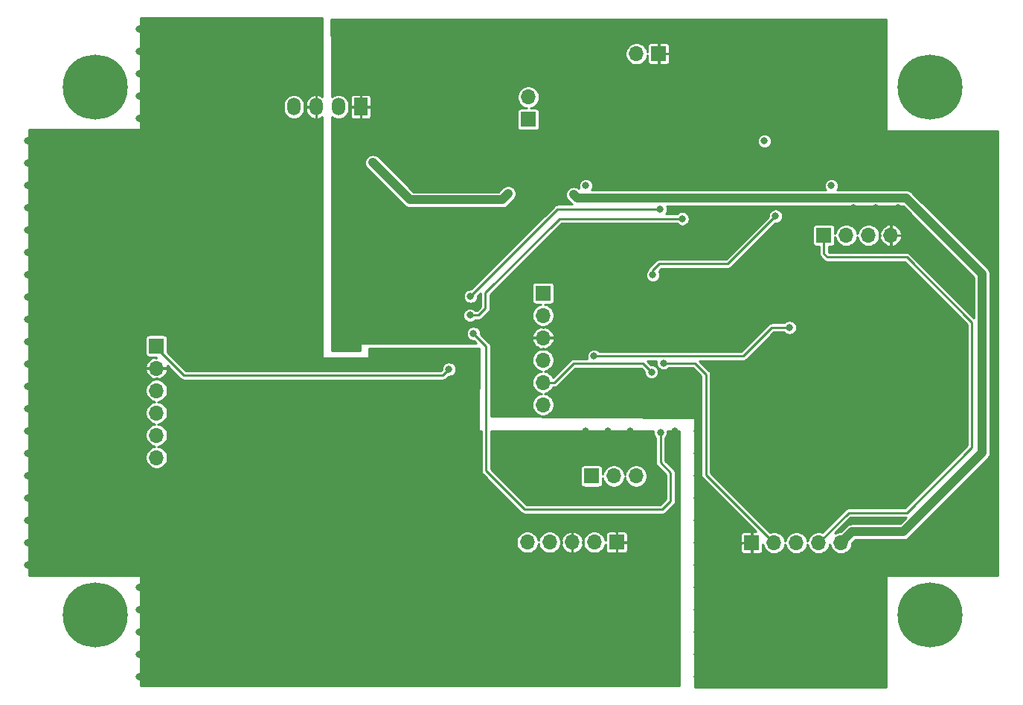
<source format=gbr>
%TF.GenerationSoftware,KiCad,Pcbnew,5.1.9+dfsg1-1*%
%TF.CreationDate,2022-02-14T10:27:32+01:00*%
%TF.ProjectId,wheather_board_v1 ,77686561-7468-4657-925f-626f6172645f,rev?*%
%TF.SameCoordinates,Original*%
%TF.FileFunction,Copper,L2,Bot*%
%TF.FilePolarity,Positive*%
%FSLAX46Y46*%
G04 Gerber Fmt 4.6, Leading zero omitted, Abs format (unit mm)*
G04 Created by KiCad (PCBNEW 5.1.9+dfsg1-1) date 2022-02-14 10:27:32*
%MOMM*%
%LPD*%
G01*
G04 APERTURE LIST*
%TA.AperFunction,ComponentPad*%
%ADD10O,1.700000X1.700000*%
%TD*%
%TA.AperFunction,ComponentPad*%
%ADD11R,1.700000X1.700000*%
%TD*%
%TA.AperFunction,ComponentPad*%
%ADD12C,0.800000*%
%TD*%
%TA.AperFunction,ComponentPad*%
%ADD13C,7.400000*%
%TD*%
%TA.AperFunction,ComponentPad*%
%ADD14O,1.500000X2.000000*%
%TD*%
%TA.AperFunction,ComponentPad*%
%ADD15R,1.500000X2.000000*%
%TD*%
%TA.AperFunction,ViaPad*%
%ADD16C,0.800000*%
%TD*%
%TA.AperFunction,Conductor*%
%ADD17C,0.250000*%
%TD*%
%TA.AperFunction,Conductor*%
%ADD18C,1.000000*%
%TD*%
%TA.AperFunction,Conductor*%
%ADD19C,0.254000*%
%TD*%
%TA.AperFunction,Conductor*%
%ADD20C,0.100000*%
%TD*%
G04 APERTURE END LIST*
D10*
%TO.P,J2,2*%
%TO.N,VCC*%
X143306800Y-66116200D03*
D11*
%TO.P,J2,1*%
%TO.N,Net-(C1-Pad1)*%
X143306800Y-68656200D03*
%TD*%
D10*
%TO.P,J1,2*%
%TO.N,VCC*%
X155600400Y-61188600D03*
D11*
%TO.P,J1,1*%
%TO.N,GND*%
X158140400Y-61188600D03*
%TD*%
D10*
%TO.P,J8,4*%
%TO.N,GND*%
X184556400Y-81838800D03*
%TO.P,J8,3*%
%TO.N,/UART_RX*%
X182016400Y-81838800D03*
%TO.P,J8,2*%
%TO.N,/UART_TX*%
X179476400Y-81838800D03*
D11*
%TO.P,J8,1*%
%TO.N,+3V3*%
X176936400Y-81838800D03*
%TD*%
D10*
%TO.P,J7,6*%
%TO.N,/ref-*%
X100990400Y-107111800D03*
%TO.P,J7,5*%
%TO.N,/ref+*%
X100990400Y-104571800D03*
%TO.P,J7,4*%
%TO.N,/AIN-*%
X100990400Y-102031800D03*
%TO.P,J7,3*%
%TO.N,/AIN+*%
X100990400Y-99491800D03*
%TO.P,J7,2*%
%TO.N,GNDA*%
X100990400Y-96951800D03*
D11*
%TO.P,J7,1*%
%TO.N,+5VA*%
X100990400Y-94411800D03*
%TD*%
D10*
%TO.P,J6,5*%
%TO.N,+5V*%
X178890000Y-116810000D03*
%TO.P,J6,4*%
%TO.N,+3V3*%
X176350000Y-116810000D03*
%TO.P,J6,3*%
%TO.N,/I2C_SDA*%
X173810000Y-116810000D03*
%TO.P,J6,2*%
%TO.N,/I2C_SCL*%
X171270000Y-116810000D03*
D11*
%TO.P,J6,1*%
%TO.N,GND*%
X168730000Y-116810000D03*
%TD*%
D10*
%TO.P,J10,5*%
%TO.N,+5VA*%
X143200000Y-116750000D03*
%TO.P,J10,4*%
%TO.N,/ADC_TEMP*%
X145740000Y-116750000D03*
%TO.P,J10,3*%
%TO.N,GNDA*%
X148280000Y-116750000D03*
%TO.P,J10,2*%
%TO.N,/ADC_HUM*%
X150820000Y-116750000D03*
D11*
%TO.P,J10,1*%
%TO.N,GNDA*%
X153360000Y-116750000D03*
%TD*%
D10*
%TO.P,J5,6*%
%TO.N,/NRST*%
X144983200Y-101117400D03*
%TO.P,J5,5*%
%TO.N,/SWO*%
X144983200Y-98577400D03*
%TO.P,J5,4*%
%TO.N,/SWDCLK*%
X144983200Y-96037400D03*
%TO.P,J5,3*%
%TO.N,GND*%
X144983200Y-93497400D03*
%TO.P,J5,2*%
%TO.N,/SWDIO*%
X144983200Y-90957400D03*
D11*
%TO.P,J5,1*%
%TO.N,+3V3*%
X144983200Y-88417400D03*
%TD*%
D10*
%TO.P,J4,3*%
%TO.N,/I2C_SDA*%
X155570000Y-109220000D03*
%TO.P,J4,2*%
%TO.N,Net-(J4-Pad2)*%
X153030000Y-109220000D03*
D11*
%TO.P,J4,1*%
%TO.N,/ADC_HUM*%
X150490000Y-109220000D03*
%TD*%
D12*
%TO.P,H1,1*%
%TO.N,N/C*%
X95962221Y-63037779D03*
X94000000Y-62225000D03*
X92037779Y-63037779D03*
X91225000Y-65000000D03*
X92037779Y-66962221D03*
X94000000Y-67775000D03*
X95962221Y-66962221D03*
X96775000Y-65000000D03*
D13*
X94000000Y-65000000D03*
%TD*%
%TO.P,H2,1*%
%TO.N,N/C*%
X189000000Y-65000000D03*
D12*
X191775000Y-65000000D03*
X190962221Y-66962221D03*
X189000000Y-67775000D03*
X187037779Y-66962221D03*
X186225000Y-65000000D03*
X187037779Y-63037779D03*
X189000000Y-62225000D03*
X190962221Y-63037779D03*
%TD*%
%TO.P,H3,1*%
%TO.N,N/C*%
X190962221Y-123037779D03*
X189000000Y-122225000D03*
X187037779Y-123037779D03*
X186225000Y-125000000D03*
X187037779Y-126962221D03*
X189000000Y-127775000D03*
X190962221Y-126962221D03*
X191775000Y-125000000D03*
D13*
X189000000Y-125000000D03*
%TD*%
%TO.P,H4,1*%
%TO.N,N/C*%
X94000000Y-125000000D03*
D12*
X96775000Y-125000000D03*
X95962221Y-126962221D03*
X94000000Y-127775000D03*
X92037779Y-126962221D03*
X91225000Y-125000000D03*
X92037779Y-123037779D03*
X94000000Y-122225000D03*
X95962221Y-123037779D03*
%TD*%
D14*
%TO.P,U7,4*%
%TO.N,/toref*%
X116620000Y-67230000D03*
%TO.P,U7,3*%
%TO.N,GNDA*%
X119160000Y-67230000D03*
%TO.P,U7,2*%
%TO.N,+5V*%
X121700000Y-67230000D03*
D15*
%TO.P,U7,1*%
%TO.N,GND*%
X124240000Y-67230000D03*
%TD*%
D16*
%TO.N,*%
X149860000Y-76200000D03*
X177800000Y-76200000D03*
%TO.N,GND*%
X130556000Y-93472000D03*
X165100000Y-111760000D03*
X165100000Y-114300000D03*
X165100000Y-116840000D03*
X152400000Y-73660000D03*
X182880000Y-132080000D03*
X180340000Y-132080000D03*
X177800000Y-129540000D03*
X175260000Y-132080000D03*
X172720000Y-127000000D03*
X180340000Y-127000000D03*
X177800000Y-132080000D03*
X175260000Y-127000000D03*
X182880000Y-127000000D03*
X172720000Y-129540000D03*
X182880000Y-129540000D03*
X180340000Y-129540000D03*
X177800000Y-127000000D03*
X172720000Y-132080000D03*
X175260000Y-129540000D03*
X172720000Y-124460000D03*
X170180000Y-124460000D03*
X167640000Y-121920000D03*
X165100000Y-124460000D03*
X175260000Y-124460000D03*
X162560000Y-119380000D03*
X175260000Y-121920000D03*
X167640000Y-124460000D03*
X165100000Y-119380000D03*
X162560000Y-121920000D03*
X172720000Y-121920000D03*
X170180000Y-121920000D03*
X162560000Y-124460000D03*
X165100000Y-121920000D03*
X182880000Y-124460000D03*
X180340000Y-124460000D03*
X177800000Y-121920000D03*
X175260000Y-124460000D03*
X185420000Y-119380000D03*
X177800000Y-124460000D03*
X182880000Y-119380000D03*
X172720000Y-121920000D03*
X182880000Y-121920000D03*
X180340000Y-121920000D03*
X172720000Y-124460000D03*
X175260000Y-121920000D03*
X190500000Y-101600000D03*
X187960000Y-101600000D03*
X185420000Y-99060000D03*
X182880000Y-101600000D03*
X193040000Y-101600000D03*
X193040000Y-96520000D03*
X180340000Y-96520000D03*
X193040000Y-99060000D03*
X187960000Y-96520000D03*
X185420000Y-101600000D03*
X182880000Y-96520000D03*
X190500000Y-96520000D03*
X180340000Y-99060000D03*
X190500000Y-99060000D03*
X187960000Y-99060000D03*
X185420000Y-96520000D03*
X180340000Y-101600000D03*
X182880000Y-99060000D03*
X185420000Y-101600000D03*
X185420000Y-104140000D03*
X182880000Y-106680000D03*
X185420000Y-109220000D03*
X185420000Y-99060000D03*
X180340000Y-99060000D03*
X180340000Y-111760000D03*
X182880000Y-99060000D03*
X180340000Y-104140000D03*
X185420000Y-106680000D03*
X180340000Y-109220000D03*
X180340000Y-101600000D03*
X182880000Y-111760000D03*
X182880000Y-101600000D03*
X182880000Y-104140000D03*
X180340000Y-106680000D03*
X185420000Y-111760000D03*
X182880000Y-109220000D03*
X185420000Y-76200000D03*
X182880000Y-73660000D03*
X182880000Y-71120000D03*
X182880000Y-68580000D03*
X185420000Y-73660000D03*
X185420000Y-71120000D03*
X182880000Y-68580000D03*
X180340000Y-76200000D03*
X180340000Y-73660000D03*
X180340000Y-71120000D03*
X180340000Y-68580000D03*
X182880000Y-73660000D03*
X182880000Y-71120000D03*
X180340000Y-60960000D03*
X180340000Y-58420000D03*
X182880000Y-58420000D03*
X182880000Y-60960000D03*
X180340000Y-66040000D03*
X180340000Y-63500000D03*
X182880000Y-63500000D03*
X182880000Y-66040000D03*
X177800000Y-60960000D03*
X170180000Y-60960000D03*
X170180000Y-58420000D03*
X172720000Y-58420000D03*
X175260000Y-58420000D03*
X177800000Y-58420000D03*
X172720000Y-60960000D03*
X175260000Y-60960000D03*
X177800000Y-66040000D03*
X170180000Y-66040000D03*
X170180000Y-63500000D03*
X172720000Y-63500000D03*
X175260000Y-63500000D03*
X177800000Y-63500000D03*
X172720000Y-66040000D03*
X175260000Y-66040000D03*
X170180000Y-60960000D03*
X162560000Y-60960000D03*
X162560000Y-58420000D03*
X165100000Y-58420000D03*
X167640000Y-58420000D03*
X170180000Y-58420000D03*
X165100000Y-60960000D03*
X167640000Y-60960000D03*
X170180000Y-66040000D03*
X162560000Y-66040000D03*
X162560000Y-63500000D03*
X165100000Y-63500000D03*
X167640000Y-63500000D03*
X170180000Y-63500000D03*
X165100000Y-66040000D03*
X167640000Y-66040000D03*
X160020000Y-66040000D03*
X152400000Y-66040000D03*
X152400000Y-63500000D03*
X154940000Y-63500000D03*
X157480000Y-63500000D03*
X160020000Y-63500000D03*
X154940000Y-66040000D03*
X157480000Y-66040000D03*
X154940000Y-66040000D03*
X147320000Y-66040000D03*
X147320000Y-63500000D03*
X149860000Y-63500000D03*
X152400000Y-63500000D03*
X154940000Y-63500000D03*
X149860000Y-66040000D03*
X152400000Y-66040000D03*
X162560000Y-71120000D03*
X154940000Y-71120000D03*
X154940000Y-68580000D03*
X157480000Y-68580000D03*
X160020000Y-68580000D03*
X162560000Y-68580000D03*
X157480000Y-71120000D03*
X160020000Y-71120000D03*
X154940000Y-73660000D03*
X157480000Y-73660000D03*
X160020000Y-73660000D03*
X162560000Y-73660000D03*
X152400000Y-76200000D03*
X154940000Y-73660000D03*
X157480000Y-73660000D03*
X160020000Y-73660000D03*
X160020000Y-73660000D03*
X152400000Y-71120000D03*
X154940000Y-71120000D03*
X157480000Y-71120000D03*
X160020000Y-71120000D03*
X154940000Y-73660000D03*
X157480000Y-73660000D03*
X162560000Y-71120000D03*
X162560000Y-68580000D03*
X165100000Y-68580000D03*
X167640000Y-68580000D03*
X165100000Y-71120000D03*
X167640000Y-71120000D03*
X165100000Y-73660000D03*
X157480000Y-73660000D03*
X157480000Y-71120000D03*
X160020000Y-71120000D03*
X162560000Y-71120000D03*
X165100000Y-71120000D03*
X160020000Y-73660000D03*
X162560000Y-73660000D03*
X165100000Y-76200000D03*
X157480000Y-73660000D03*
X160020000Y-73660000D03*
X162560000Y-73660000D03*
X165100000Y-73660000D03*
X129540000Y-68580000D03*
X127000000Y-66040000D03*
X129540000Y-66040000D03*
X127000000Y-68580000D03*
X129540000Y-63500000D03*
X121920000Y-63500000D03*
X121920000Y-60960000D03*
X124460000Y-60960000D03*
X127000000Y-60960000D03*
X129540000Y-60960000D03*
X124460000Y-63500000D03*
X127000000Y-63500000D03*
X129540000Y-60960000D03*
X121920000Y-60960000D03*
X121920000Y-58420000D03*
X124460000Y-58420000D03*
X127000000Y-58420000D03*
X129540000Y-58420000D03*
X124460000Y-60960000D03*
X127000000Y-60960000D03*
X139700000Y-68580000D03*
X132080000Y-68580000D03*
X132080000Y-66040000D03*
X134620000Y-66040000D03*
X137160000Y-66040000D03*
X139700000Y-66040000D03*
X134620000Y-68580000D03*
X137160000Y-68580000D03*
X139700000Y-63500000D03*
X132080000Y-63500000D03*
X132080000Y-60960000D03*
X134620000Y-60960000D03*
X137160000Y-60960000D03*
X139700000Y-60960000D03*
X134620000Y-63500000D03*
X137160000Y-63500000D03*
X139700000Y-60960000D03*
X132080000Y-60960000D03*
X132080000Y-58420000D03*
X134620000Y-58420000D03*
X137160000Y-58420000D03*
X139700000Y-58420000D03*
X134620000Y-60960000D03*
X137160000Y-60960000D03*
X127000000Y-71120000D03*
X127000000Y-68580000D03*
X176885600Y-72440800D03*
X121615200Y-85852000D03*
X170637200Y-104800400D03*
X170385835Y-106159745D03*
X170566834Y-107530234D03*
X171162478Y-108777716D03*
X172114462Y-109780077D03*
X173329600Y-110439200D03*
X174688945Y-110690565D03*
X176059434Y-110509566D03*
X177306916Y-109913922D03*
X178309277Y-108961938D03*
X178968400Y-107746800D03*
X179219765Y-106387455D03*
X179038766Y-105016966D03*
X178443122Y-103769484D03*
X177491138Y-102767123D03*
X176276000Y-102108000D03*
X174916655Y-101856635D03*
X173546166Y-102037634D03*
X150469600Y-101447600D03*
X162560000Y-132080000D03*
X165100000Y-132080000D03*
X167640000Y-132080000D03*
X170180000Y-132080000D03*
X172720000Y-132080000D03*
X175260000Y-132080000D03*
X162560000Y-129540000D03*
X165100000Y-129540000D03*
X167640000Y-129540000D03*
X170180000Y-129540000D03*
X172720000Y-129540000D03*
X175260000Y-129540000D03*
X175260000Y-127000000D03*
X172720000Y-127000000D03*
X170180000Y-127000000D03*
X167640000Y-127000000D03*
X165100000Y-127000000D03*
X162560000Y-127000000D03*
X187960000Y-104140000D03*
X190500000Y-104140000D03*
X193040000Y-104140000D03*
X190500000Y-106680000D03*
X187960000Y-106680000D03*
X187960000Y-109220000D03*
X175260000Y-93980000D03*
X180340000Y-93980000D03*
X177800000Y-93980000D03*
X177800000Y-96520000D03*
X177800000Y-99060000D03*
X177800000Y-101600000D03*
X172720000Y-93980000D03*
X170180000Y-96520000D03*
X170180000Y-109220000D03*
X170180000Y-111760000D03*
X172720000Y-111760000D03*
X175260000Y-111760000D03*
X177800000Y-111760000D03*
X185420000Y-116840000D03*
X187960000Y-116840000D03*
X190500000Y-116840000D03*
X193040000Y-116840000D03*
X195580000Y-116840000D03*
X195580000Y-119380000D03*
X193040000Y-119380000D03*
X190500000Y-119380000D03*
X187960000Y-119380000D03*
X195580000Y-109220000D03*
X195580000Y-111760000D03*
X193040000Y-114300000D03*
X190500000Y-114300000D03*
X193040000Y-111760000D03*
X195580000Y-114300000D03*
X193040000Y-111760000D03*
X195580000Y-83820000D03*
X195580000Y-81280000D03*
X195580000Y-76200000D03*
X195580000Y-71120000D03*
X195580000Y-73660000D03*
X195580000Y-78740000D03*
X193040000Y-78740000D03*
X190500000Y-78740000D03*
X195580000Y-73660000D03*
X193040000Y-73660000D03*
X193040000Y-76200000D03*
X190500000Y-76200000D03*
X190500000Y-73660000D03*
X190500000Y-73660000D03*
X190500000Y-71120000D03*
X193040000Y-71120000D03*
X193040000Y-81280000D03*
X187960000Y-76200000D03*
X187960000Y-73660000D03*
X187960000Y-71120000D03*
X147320000Y-58420000D03*
X149860000Y-58420000D03*
X154940000Y-58420000D03*
X157480000Y-58420000D03*
X160020000Y-58420000D03*
X152400000Y-58420000D03*
X144780000Y-58420000D03*
X142240000Y-58420000D03*
X142240000Y-60960000D03*
X144780000Y-63500000D03*
X142240000Y-63500000D03*
X147320000Y-73660000D03*
X142240000Y-73660000D03*
X139700000Y-73660000D03*
X139700000Y-76200000D03*
X152400000Y-81280000D03*
X154940000Y-81280000D03*
X157480000Y-81280000D03*
X157480000Y-83820000D03*
X154940000Y-83820000D03*
X152400000Y-83820000D03*
X160020000Y-86360000D03*
X160020000Y-83820000D03*
X160020000Y-81280000D03*
X162560000Y-81280000D03*
X165100000Y-81280000D03*
X167640000Y-81280000D03*
X165100000Y-83820000D03*
X162560000Y-83820000D03*
X162560000Y-86360000D03*
X180340000Y-78740000D03*
X182880000Y-78740000D03*
X185420000Y-78740000D03*
X190500000Y-83820000D03*
X190500000Y-86360000D03*
X193040000Y-86360000D03*
X193040000Y-88900000D03*
X187960000Y-83820000D03*
X187960000Y-81280000D03*
X175260000Y-83820000D03*
X172720000Y-86360000D03*
X170180000Y-88900000D03*
X170180000Y-83820000D03*
X172720000Y-81280000D03*
X167640000Y-86360000D03*
X177800000Y-86360000D03*
X177800000Y-88900000D03*
X177800000Y-91440000D03*
X175260000Y-91440000D03*
X175260000Y-88900000D03*
X193040000Y-93980000D03*
X185420000Y-114300000D03*
X139700000Y-101600000D03*
X139700000Y-99060000D03*
X139700000Y-96520000D03*
X139700000Y-93980000D03*
X139700000Y-91440000D03*
X139700000Y-88900000D03*
X142240000Y-88900000D03*
X142240000Y-91440000D03*
X142240000Y-93980000D03*
X142240000Y-96520000D03*
X142240000Y-99060000D03*
X142240000Y-99060000D03*
X142240000Y-101600000D03*
X147320000Y-83820000D03*
X149860000Y-83820000D03*
X149860000Y-86360000D03*
X147320000Y-86360000D03*
X147320000Y-88900000D03*
X149860000Y-88900000D03*
X149860000Y-91440000D03*
X162560000Y-111760000D03*
X162560000Y-114300000D03*
X162560000Y-116840000D03*
X162560000Y-109220000D03*
X162560000Y-106680000D03*
X162560000Y-104140000D03*
X180340000Y-86360000D03*
X182880000Y-86360000D03*
X185420000Y-86360000D03*
X180340000Y-88900000D03*
X167640000Y-91440000D03*
X154940000Y-86360000D03*
X147320000Y-91440000D03*
X144780000Y-71120000D03*
X167640000Y-119380000D03*
X170180000Y-119380000D03*
X170180000Y-119380000D03*
X172720000Y-119380000D03*
X175260000Y-119380000D03*
X177800000Y-119380000D03*
X180340000Y-119380000D03*
X182880000Y-116840000D03*
X182880000Y-114300000D03*
X177800000Y-114300000D03*
X175260000Y-114300000D03*
X172720000Y-114300000D03*
X170180000Y-114300000D03*
X167640000Y-111760000D03*
X147320000Y-81280000D03*
X182880000Y-76200000D03*
X162560000Y-76200000D03*
X160020000Y-76200000D03*
X157480000Y-76200000D03*
X154940000Y-76200000D03*
X149860000Y-73660000D03*
X149860000Y-71120000D03*
X147320000Y-71120000D03*
X177800000Y-73660000D03*
X177800000Y-71120000D03*
X175260000Y-71120000D03*
X170180000Y-73660000D03*
X175260000Y-76200000D03*
X152400000Y-71120000D03*
X152400000Y-73660000D03*
X129540000Y-88900000D03*
X121920000Y-73660000D03*
X154305000Y-101600000D03*
%TO.N,+5VA*%
X134264400Y-97078800D03*
%TO.N,GNDA*%
X101600000Y-124460000D03*
X101600000Y-121920000D03*
X104140000Y-124460000D03*
X104140000Y-121920000D03*
X111760000Y-104140000D03*
X109220000Y-104140000D03*
X109220000Y-106680000D03*
X111760000Y-106680000D03*
X116840000Y-109220000D03*
X114300000Y-109220000D03*
X121920000Y-106680000D03*
X119380000Y-106680000D03*
X114300000Y-109220000D03*
X111760000Y-109220000D03*
X111760000Y-114300000D03*
X114300000Y-114300000D03*
X116840000Y-114300000D03*
X119380000Y-114300000D03*
X121920000Y-114300000D03*
X124460000Y-114300000D03*
X109220000Y-111760000D03*
X106680000Y-109220000D03*
X152400000Y-111760000D03*
X157480000Y-111760000D03*
X154940000Y-111760000D03*
X152400000Y-106680000D03*
X149860000Y-106680000D03*
X99060000Y-58420000D03*
X99060000Y-60960000D03*
X99060000Y-63500000D03*
X99060000Y-66040000D03*
X99060000Y-68580000D03*
X114300000Y-132080000D03*
X111760000Y-129540000D03*
X109220000Y-129540000D03*
X109220000Y-127000000D03*
X114300000Y-127000000D03*
X109220000Y-132080000D03*
X111760000Y-127000000D03*
X114300000Y-129540000D03*
X111760000Y-132080000D03*
X121920000Y-132080000D03*
X119380000Y-129540000D03*
X116840000Y-129540000D03*
X116840000Y-127000000D03*
X121920000Y-127000000D03*
X116840000Y-132080000D03*
X119380000Y-127000000D03*
X121920000Y-129540000D03*
X119380000Y-132080000D03*
X129540000Y-132080000D03*
X127000000Y-129540000D03*
X124460000Y-129540000D03*
X124460000Y-127000000D03*
X129540000Y-127000000D03*
X124460000Y-132080000D03*
X127000000Y-127000000D03*
X129540000Y-129540000D03*
X127000000Y-132080000D03*
X137160000Y-132080000D03*
X134620000Y-129540000D03*
X132080000Y-129540000D03*
X132080000Y-127000000D03*
X137160000Y-127000000D03*
X132080000Y-132080000D03*
X134620000Y-127000000D03*
X137160000Y-129540000D03*
X134620000Y-132080000D03*
X144780000Y-132080000D03*
X142240000Y-129540000D03*
X139700000Y-129540000D03*
X139700000Y-127000000D03*
X144780000Y-127000000D03*
X139700000Y-132080000D03*
X142240000Y-127000000D03*
X144780000Y-129540000D03*
X142240000Y-132080000D03*
X152400000Y-132080000D03*
X149860000Y-129540000D03*
X147320000Y-129540000D03*
X147320000Y-127000000D03*
X152400000Y-127000000D03*
X147320000Y-132080000D03*
X149860000Y-127000000D03*
X152400000Y-129540000D03*
X149860000Y-132080000D03*
X160020000Y-132080000D03*
X157480000Y-129540000D03*
X154940000Y-129540000D03*
X154940000Y-127000000D03*
X160020000Y-127000000D03*
X154940000Y-132080000D03*
X157480000Y-127000000D03*
X160020000Y-129540000D03*
X157480000Y-132080000D03*
X106680000Y-124460000D03*
X104140000Y-121920000D03*
X101600000Y-121920000D03*
X101600000Y-119380000D03*
X106680000Y-119380000D03*
X101600000Y-124460000D03*
X104140000Y-119380000D03*
X106680000Y-121920000D03*
X104140000Y-124460000D03*
X114300000Y-124460000D03*
X111760000Y-121920000D03*
X109220000Y-121920000D03*
X109220000Y-119380000D03*
X114300000Y-119380000D03*
X109220000Y-124460000D03*
X111760000Y-119380000D03*
X114300000Y-121920000D03*
X111760000Y-124460000D03*
X121920000Y-124460000D03*
X119380000Y-121920000D03*
X116840000Y-121920000D03*
X116840000Y-119380000D03*
X121920000Y-119380000D03*
X116840000Y-124460000D03*
X119380000Y-119380000D03*
X121920000Y-121920000D03*
X119380000Y-124460000D03*
X129540000Y-124460000D03*
X127000000Y-121920000D03*
X124460000Y-121920000D03*
X124460000Y-119380000D03*
X129540000Y-119380000D03*
X124460000Y-124460000D03*
X127000000Y-119380000D03*
X129540000Y-121920000D03*
X127000000Y-124460000D03*
X137160000Y-124460000D03*
X132080000Y-121920000D03*
X132080000Y-119380000D03*
X137160000Y-119380000D03*
X132080000Y-124460000D03*
X134620000Y-119380000D03*
X134620000Y-124460000D03*
X144780000Y-124460000D03*
X139700000Y-121920000D03*
X139700000Y-119380000D03*
X144780000Y-119380000D03*
X139700000Y-124460000D03*
X142240000Y-119380000D03*
X144780000Y-121920000D03*
X142240000Y-124460000D03*
X152400000Y-124460000D03*
X147320000Y-121920000D03*
X147320000Y-119380000D03*
X152400000Y-119380000D03*
X147320000Y-124460000D03*
X149860000Y-119380000D03*
X152400000Y-121920000D03*
X149860000Y-124460000D03*
X160020000Y-124460000D03*
X157480000Y-121920000D03*
X154940000Y-121920000D03*
X154940000Y-119380000D03*
X160020000Y-119380000D03*
X154940000Y-124460000D03*
X157480000Y-119380000D03*
X160020000Y-121920000D03*
X157480000Y-124460000D03*
X101600000Y-121920000D03*
X99060000Y-119380000D03*
X96520000Y-119380000D03*
X96520000Y-116840000D03*
X101600000Y-116840000D03*
X99060000Y-116840000D03*
X101600000Y-119380000D03*
X99060000Y-121920000D03*
X93980000Y-119380000D03*
X91440000Y-119380000D03*
X91440000Y-116840000D03*
X96520000Y-116840000D03*
X93980000Y-116840000D03*
X96520000Y-119380000D03*
X88900000Y-119380000D03*
X86360000Y-119380000D03*
X86360000Y-116840000D03*
X91440000Y-116840000D03*
X88900000Y-116840000D03*
X91440000Y-119380000D03*
X91440000Y-114300000D03*
X88900000Y-111760000D03*
X86360000Y-111760000D03*
X86360000Y-109220000D03*
X91440000Y-109220000D03*
X86360000Y-114300000D03*
X88900000Y-109220000D03*
X91440000Y-111760000D03*
X88900000Y-114300000D03*
X91440000Y-106680000D03*
X88900000Y-104140000D03*
X86360000Y-104140000D03*
X86360000Y-101600000D03*
X91440000Y-101600000D03*
X86360000Y-106680000D03*
X88900000Y-101600000D03*
X91440000Y-104140000D03*
X88900000Y-106680000D03*
X91440000Y-99060000D03*
X88900000Y-96520000D03*
X86360000Y-96520000D03*
X86360000Y-93980000D03*
X91440000Y-93980000D03*
X86360000Y-99060000D03*
X88900000Y-93980000D03*
X91440000Y-96520000D03*
X88900000Y-99060000D03*
X91440000Y-91440000D03*
X88900000Y-88900000D03*
X86360000Y-88900000D03*
X86360000Y-86360000D03*
X91440000Y-86360000D03*
X86360000Y-91440000D03*
X88900000Y-86360000D03*
X91440000Y-88900000D03*
X88900000Y-91440000D03*
X91440000Y-83820000D03*
X88900000Y-81280000D03*
X86360000Y-81280000D03*
X86360000Y-78740000D03*
X91440000Y-78740000D03*
X86360000Y-83820000D03*
X88900000Y-78740000D03*
X91440000Y-81280000D03*
X88900000Y-83820000D03*
X91440000Y-76200000D03*
X88900000Y-73660000D03*
X86360000Y-73660000D03*
X86360000Y-71120000D03*
X91440000Y-71120000D03*
X86360000Y-76200000D03*
X88900000Y-71120000D03*
X91440000Y-73660000D03*
X88900000Y-76200000D03*
X99060000Y-76200000D03*
X96520000Y-73660000D03*
X93980000Y-73660000D03*
X93980000Y-71120000D03*
X99060000Y-71120000D03*
X93980000Y-76200000D03*
X96520000Y-71120000D03*
X99060000Y-73660000D03*
X96520000Y-76200000D03*
X99060000Y-83820000D03*
X96520000Y-81280000D03*
X93980000Y-81280000D03*
X93980000Y-78740000D03*
X99060000Y-78740000D03*
X93980000Y-83820000D03*
X96520000Y-78740000D03*
X99060000Y-81280000D03*
X96520000Y-83820000D03*
X99060000Y-91440000D03*
X96520000Y-88900000D03*
X93980000Y-88900000D03*
X93980000Y-86360000D03*
X99060000Y-86360000D03*
X93980000Y-91440000D03*
X96520000Y-86360000D03*
X99060000Y-88900000D03*
X96520000Y-91440000D03*
X96520000Y-106680000D03*
X93980000Y-96520000D03*
X96520000Y-93980000D03*
X96520000Y-99060000D03*
X96520000Y-101600000D03*
X93980000Y-93980000D03*
X96520000Y-104140000D03*
X93980000Y-99060000D03*
X93980000Y-109220000D03*
X96520000Y-96520000D03*
X93980000Y-104140000D03*
X93980000Y-101600000D03*
X93980000Y-106680000D03*
X96520000Y-109220000D03*
X96520000Y-114300000D03*
X93980000Y-104140000D03*
X96520000Y-101600000D03*
X96520000Y-106680000D03*
X96520000Y-109220000D03*
X93980000Y-101600000D03*
X96520000Y-111760000D03*
X93980000Y-106680000D03*
X93980000Y-116840000D03*
X96520000Y-104140000D03*
X93980000Y-111760000D03*
X93980000Y-109220000D03*
X93980000Y-114300000D03*
X96520000Y-116840000D03*
X99060000Y-116840000D03*
X101600000Y-116840000D03*
X101600000Y-121920000D03*
X101600000Y-119380000D03*
X99060000Y-121920000D03*
X99060000Y-119380000D03*
X99060000Y-116840000D03*
X101600000Y-116840000D03*
X101600000Y-111760000D03*
X101600000Y-114300000D03*
X99060000Y-111760000D03*
X99060000Y-114300000D03*
X104140000Y-66040000D03*
X106680000Y-71120000D03*
X109220000Y-71120000D03*
X106680000Y-68580000D03*
X109220000Y-68580000D03*
X106680000Y-66040000D03*
X109220000Y-66040000D03*
X104140000Y-71120000D03*
X96520000Y-71120000D03*
X101600000Y-66040000D03*
X101600000Y-68580000D03*
X99060000Y-71120000D03*
X101600000Y-71120000D03*
X104140000Y-68580000D03*
X104140000Y-60960000D03*
X106680000Y-66040000D03*
X109220000Y-66040000D03*
X106680000Y-63500000D03*
X109220000Y-63500000D03*
X106680000Y-60960000D03*
X109220000Y-60960000D03*
X104140000Y-66040000D03*
X101600000Y-60960000D03*
X101600000Y-63500000D03*
X101600000Y-66040000D03*
X104140000Y-63500000D03*
X104140000Y-58420000D03*
X106680000Y-63500000D03*
X109220000Y-63500000D03*
X106680000Y-60960000D03*
X109220000Y-60960000D03*
X106680000Y-58420000D03*
X109220000Y-58420000D03*
X104140000Y-63500000D03*
X101600000Y-58420000D03*
X101600000Y-60960000D03*
X101600000Y-63500000D03*
X104140000Y-60960000D03*
X114300000Y-58420000D03*
X116840000Y-63500000D03*
X119380000Y-63500000D03*
X116840000Y-60960000D03*
X119380000Y-60960000D03*
X116840000Y-58420000D03*
X119380000Y-58420000D03*
X109220000Y-58420000D03*
X114300000Y-63500000D03*
X106680000Y-63500000D03*
X111760000Y-58420000D03*
X111760000Y-60960000D03*
X109220000Y-63500000D03*
X106680000Y-58420000D03*
X109220000Y-60960000D03*
X106680000Y-60960000D03*
X111760000Y-63500000D03*
X114300000Y-60960000D03*
X109220000Y-66040000D03*
X106680000Y-71120000D03*
X111760000Y-66040000D03*
X111760000Y-68580000D03*
X109220000Y-71120000D03*
X106680000Y-66040000D03*
X109220000Y-68580000D03*
X106680000Y-68580000D03*
X111760000Y-71120000D03*
X101600000Y-76200000D03*
X106680000Y-73660000D03*
X106680000Y-71120000D03*
X104140000Y-73660000D03*
X104140000Y-71120000D03*
X101600000Y-73660000D03*
X101600000Y-71120000D03*
X101600000Y-81280000D03*
X106680000Y-76200000D03*
X106680000Y-83820000D03*
X101600000Y-78740000D03*
X104140000Y-78740000D03*
X106680000Y-81280000D03*
X101600000Y-83820000D03*
X104140000Y-81280000D03*
X104140000Y-83820000D03*
X106680000Y-78740000D03*
X104140000Y-76200000D03*
X99060000Y-116840000D03*
X96520000Y-111760000D03*
X93980000Y-111760000D03*
X96520000Y-114300000D03*
X93980000Y-114300000D03*
X96520000Y-116840000D03*
X93980000Y-116840000D03*
X104140000Y-116840000D03*
X99060000Y-111760000D03*
X106680000Y-111760000D03*
X101600000Y-116840000D03*
X101600000Y-114300000D03*
X104140000Y-111760000D03*
X106680000Y-116840000D03*
X104140000Y-114300000D03*
X106680000Y-114300000D03*
X101600000Y-111760000D03*
X99060000Y-114300000D03*
X116840000Y-116840000D03*
X119380000Y-121920000D03*
X121920000Y-121920000D03*
X119380000Y-119380000D03*
X121920000Y-119380000D03*
X119380000Y-116840000D03*
X121920000Y-116840000D03*
X111760000Y-116840000D03*
X116840000Y-121920000D03*
X109220000Y-121920000D03*
X114300000Y-116840000D03*
X114300000Y-119380000D03*
X111760000Y-121920000D03*
X109220000Y-116840000D03*
X111760000Y-119380000D03*
X109220000Y-119380000D03*
X114300000Y-121920000D03*
X116840000Y-119380000D03*
X132080000Y-116840000D03*
X134620000Y-119380000D03*
X137160000Y-119380000D03*
X134620000Y-116840000D03*
X137160000Y-116840000D03*
X127000000Y-116840000D03*
X132080000Y-121920000D03*
X124460000Y-121920000D03*
X129540000Y-116840000D03*
X129540000Y-119380000D03*
X127000000Y-121920000D03*
X124460000Y-116840000D03*
X127000000Y-119380000D03*
X124460000Y-119380000D03*
X129540000Y-121920000D03*
X132080000Y-119380000D03*
X152400000Y-121920000D03*
X149860000Y-119380000D03*
X152400000Y-119380000D03*
X147320000Y-121920000D03*
X139700000Y-121920000D03*
X144780000Y-119380000D03*
X139700000Y-116840000D03*
X142240000Y-119380000D03*
X139700000Y-119380000D03*
X144780000Y-121920000D03*
X147320000Y-119380000D03*
X157480000Y-121920000D03*
X160020000Y-121920000D03*
X157480000Y-119380000D03*
X160020000Y-119380000D03*
X157480000Y-116840000D03*
X160020000Y-116840000D03*
X154940000Y-121920000D03*
X147320000Y-121920000D03*
X152400000Y-119380000D03*
X149860000Y-119380000D03*
X147320000Y-119380000D03*
X152400000Y-121920000D03*
X154940000Y-119380000D03*
X106680000Y-93980000D03*
X114300000Y-93980000D03*
X111760000Y-93980000D03*
X109220000Y-93980000D03*
X104140000Y-93980000D03*
X106680000Y-96520000D03*
X111760000Y-96520000D03*
X109220000Y-96520000D03*
X104140000Y-96520000D03*
X101600000Y-86360000D03*
X109220000Y-86360000D03*
X106680000Y-86360000D03*
X104140000Y-86360000D03*
X104140000Y-88900000D03*
X106680000Y-86360000D03*
X104140000Y-86360000D03*
X106680000Y-88900000D03*
X101600000Y-88900000D03*
X104140000Y-86360000D03*
X101600000Y-86360000D03*
X104140000Y-88900000D03*
X99060000Y-91440000D03*
X101600000Y-88900000D03*
X99060000Y-88900000D03*
X101600000Y-91440000D03*
X109220000Y-76200000D03*
X111760000Y-73660000D03*
X109220000Y-73660000D03*
X111760000Y-76200000D03*
X109220000Y-78740000D03*
X111760000Y-76200000D03*
X109220000Y-76200000D03*
X111760000Y-78740000D03*
X119380000Y-81280000D03*
X119380000Y-78740000D03*
X119380000Y-83820000D03*
X119380000Y-86360000D03*
X119380000Y-83820000D03*
X132080000Y-106680000D03*
X132080000Y-106680000D03*
X134620000Y-106680000D03*
X132080000Y-109220000D03*
X132080000Y-104140000D03*
X134620000Y-109220000D03*
X132080000Y-109220000D03*
X134620000Y-106680000D03*
X134620000Y-104140000D03*
X134620000Y-109220000D03*
X132080000Y-111760000D03*
X132080000Y-111760000D03*
X134620000Y-111760000D03*
X132080000Y-114300000D03*
X132080000Y-109220000D03*
X134620000Y-114300000D03*
X132080000Y-114300000D03*
X134620000Y-111760000D03*
X134620000Y-109220000D03*
X134620000Y-114300000D03*
X137160000Y-114300000D03*
X137160000Y-114300000D03*
X139700000Y-114300000D03*
X137160000Y-116840000D03*
X137160000Y-111760000D03*
X139700000Y-116840000D03*
X137160000Y-116840000D03*
X139700000Y-114300000D03*
X139700000Y-111760000D03*
X139700000Y-116840000D03*
X134620000Y-106680000D03*
X134620000Y-106680000D03*
X137160000Y-106680000D03*
X134620000Y-109220000D03*
X134620000Y-104140000D03*
X137160000Y-109220000D03*
X134620000Y-109220000D03*
X137160000Y-106680000D03*
X137160000Y-109220000D03*
X121462800Y-104622600D03*
X131673600Y-101828600D03*
X125730000Y-106857800D03*
X101600000Y-127000000D03*
X104140000Y-127000000D03*
X106680000Y-127000000D03*
X106680000Y-129540000D03*
X104140000Y-129540000D03*
X101600000Y-129540000D03*
X101600000Y-132080000D03*
X104140000Y-132080000D03*
X106680000Y-132080000D03*
X160020000Y-114300000D03*
X160020000Y-106680000D03*
X160020000Y-104140000D03*
X154940000Y-104140000D03*
X152400000Y-104140000D03*
X149860000Y-104140000D03*
X144780000Y-109220000D03*
X147320000Y-109220000D03*
X147320000Y-111760000D03*
X144780000Y-111760000D03*
X142240000Y-106680000D03*
X139700000Y-106680000D03*
X142240000Y-109220000D03*
X137160000Y-101600000D03*
X136906000Y-98806000D03*
X137160000Y-96520000D03*
X132080000Y-99060000D03*
X132080000Y-96520000D03*
X106680000Y-91440000D03*
X109220000Y-91440000D03*
X111760000Y-91440000D03*
X114300000Y-91440000D03*
X116840000Y-91440000D03*
X109220000Y-114300000D03*
X99060000Y-124460000D03*
X99060000Y-127000000D03*
X99060000Y-129540000D03*
X99060000Y-132080000D03*
X104140000Y-109220000D03*
X149860000Y-121920000D03*
X142240000Y-121920000D03*
X137160000Y-121920000D03*
X134620000Y-121920000D03*
X149860000Y-111760000D03*
X157480000Y-106680000D03*
X154940000Y-106680000D03*
X157480000Y-114300000D03*
X154940000Y-114300000D03*
X152400000Y-114300000D03*
X149860000Y-114300000D03*
X147320000Y-114300000D03*
X144780000Y-114300000D03*
X142240000Y-114300000D03*
X119380000Y-73660000D03*
X119380000Y-76200000D03*
X114300000Y-73660000D03*
X116840000Y-106680000D03*
X119380000Y-101600000D03*
X119380000Y-104140000D03*
X116840000Y-104140000D03*
X121920000Y-99060000D03*
X116840000Y-99060000D03*
X116840000Y-96520000D03*
X116840000Y-93980000D03*
X116840000Y-101600000D03*
X125476000Y-99568000D03*
%TO.N,+5V*%
X140995400Y-77114400D03*
X148488400Y-77216006D03*
X125620000Y-73580000D03*
%TO.N,/NRST*%
X150774400Y-95591790D03*
X173037500Y-92329000D03*
%TO.N,/SWO*%
X157327600Y-97383600D03*
%TO.N,/I2C_SCL*%
X158699200Y-96367600D03*
%TO.N,Net-(R1-Pad2)*%
X170180000Y-71120000D03*
%TO.N,/SPI_MISO*%
X136728200Y-88773000D03*
X158318200Y-78867000D03*
%TO.N,/SPI_SCK*%
X136677400Y-90932000D03*
X160832802Y-79959200D03*
%TO.N,/SPI_MOSI*%
X171450000Y-79654400D03*
X157480000Y-86360000D03*
%TO.N,/ADS_NSS*%
X137058400Y-93014800D03*
X158343600Y-104241600D03*
%TD*%
D17*
%TO.N,+5VA*%
X104127300Y-97790000D02*
X133553200Y-97790000D01*
X100990400Y-94653100D02*
X104127300Y-97790000D01*
X133553200Y-97790000D02*
X134264400Y-97078800D01*
X100990400Y-94411800D02*
X100990400Y-94653100D01*
%TO.N,GNDA*%
X123494800Y-104622600D02*
X125730000Y-106857800D01*
X121462800Y-104622600D02*
X123494800Y-104622600D01*
X126644400Y-106857800D02*
X131673600Y-101828600D01*
X125730000Y-106857800D02*
X126644400Y-106857800D01*
X133883400Y-101828600D02*
X136906000Y-98806000D01*
X131673600Y-101828600D02*
X133883400Y-101828600D01*
X136906000Y-98806000D02*
X136906000Y-98806000D01*
%TO.N,+3V3*%
X177317400Y-84302600D02*
X176936400Y-83921600D01*
X176936400Y-83921600D02*
X176936400Y-81838800D01*
X193802000Y-91744800D02*
X186359800Y-84302600D01*
X193802000Y-105968800D02*
X193802000Y-91744800D01*
X186385200Y-113385600D02*
X193802000Y-105968800D01*
X179774400Y-113385600D02*
X186385200Y-113385600D01*
X186359800Y-84302600D02*
X177317400Y-84302600D01*
X176350000Y-116810000D02*
X179774400Y-113385600D01*
D18*
%TO.N,+5V*%
X148888399Y-77616005D02*
X148488400Y-77216006D01*
X180130000Y-115570000D02*
X185978800Y-115570000D01*
X186328005Y-77616005D02*
X148888399Y-77616005D01*
X194970400Y-86258400D02*
X186328005Y-77616005D01*
X194970400Y-106578400D02*
X194970400Y-86258400D01*
X185978800Y-115570000D02*
X194970400Y-106578400D01*
X178890000Y-116810000D02*
X180130000Y-115570000D01*
X129850000Y-77810000D02*
X125620000Y-73580000D01*
X140995400Y-77114400D02*
X140299800Y-77810000D01*
X140299800Y-77810000D02*
X129850000Y-77810000D01*
D17*
%TO.N,/NRST*%
X171005500Y-92329000D02*
X173037500Y-92329000D01*
X167742710Y-95591790D02*
X171005500Y-92329000D01*
X150774400Y-95591790D02*
X167742710Y-95591790D01*
%TO.N,/SWO*%
X156362400Y-96418400D02*
X157327600Y-97383600D01*
X148437600Y-96418400D02*
X156362400Y-96418400D01*
X146278600Y-98577400D02*
X148437600Y-96418400D01*
X144983200Y-98577400D02*
X146278600Y-98577400D01*
%TO.N,/I2C_SCL*%
X162255200Y-96367600D02*
X158699200Y-96367600D01*
X163525200Y-97637600D02*
X162255200Y-96367600D01*
X163525200Y-109065200D02*
X163525200Y-97637600D01*
X171270000Y-116810000D02*
X163525200Y-109065200D01*
%TO.N,/SPI_MISO*%
X146634200Y-78867000D02*
X158318200Y-78867000D01*
X136728200Y-88773000D02*
X146634200Y-78867000D01*
%TO.N,/SPI_SCK*%
X146862800Y-79959200D02*
X160832802Y-79959200D01*
X138430000Y-90170000D02*
X138430000Y-88392000D01*
X137668000Y-90932000D02*
X138430000Y-90170000D01*
X138430000Y-88392000D02*
X146862800Y-79959200D01*
X136677400Y-90932000D02*
X137668000Y-90932000D01*
%TO.N,/SPI_MOSI*%
X157480000Y-85815001D02*
X157480000Y-86360000D01*
X158205001Y-85090000D02*
X157480000Y-85815001D01*
X166014400Y-85090000D02*
X158205001Y-85090000D01*
X171450000Y-79654400D02*
X166014400Y-85090000D01*
%TO.N,/ADS_NSS*%
X159512000Y-108864400D02*
X158343600Y-107696000D01*
X159512000Y-112064800D02*
X159512000Y-108864400D01*
X142900400Y-113030000D02*
X158546800Y-113030000D01*
X158343600Y-107696000D02*
X158343600Y-104241600D01*
X158546800Y-113030000D02*
X159512000Y-112064800D01*
X138480800Y-108610400D02*
X142900400Y-113030000D01*
X138480800Y-94437200D02*
X138480800Y-108610400D01*
X137058400Y-93014800D02*
X138480800Y-94437200D01*
%TD*%
D19*
%TO.N,GND*%
X184023000Y-69850000D02*
X184025440Y-69874776D01*
X184032667Y-69898601D01*
X184044403Y-69920557D01*
X184060197Y-69939803D01*
X184079443Y-69955597D01*
X184101399Y-69967333D01*
X184125224Y-69974560D01*
X184150000Y-69977000D01*
X196723000Y-69977000D01*
X196723000Y-120523000D01*
X184150000Y-120523000D01*
X184125224Y-120525440D01*
X184101399Y-120532667D01*
X184079443Y-120544403D01*
X184060197Y-120560197D01*
X184044403Y-120579443D01*
X184032667Y-120601399D01*
X184025440Y-120625224D01*
X184023000Y-120650000D01*
X184023000Y-133223000D01*
X162242500Y-133223000D01*
X162242500Y-117660000D01*
X167450934Y-117660000D01*
X167459178Y-117743707D01*
X167483595Y-117824196D01*
X167523245Y-117898376D01*
X167576605Y-117963395D01*
X167641624Y-118016755D01*
X167715804Y-118056405D01*
X167796293Y-118080822D01*
X167880000Y-118089066D01*
X168600250Y-118087000D01*
X168707000Y-117980250D01*
X168707000Y-116833000D01*
X167559750Y-116833000D01*
X167453000Y-116939750D01*
X167450934Y-117660000D01*
X162242500Y-117660000D01*
X162242500Y-115960000D01*
X167450934Y-115960000D01*
X167453000Y-116680250D01*
X167559750Y-116787000D01*
X168707000Y-116787000D01*
X168707000Y-115639750D01*
X168600250Y-115533000D01*
X167880000Y-115530934D01*
X167796293Y-115539178D01*
X167715804Y-115563595D01*
X167641624Y-115603245D01*
X167576605Y-115656605D01*
X167523245Y-115721624D01*
X167483595Y-115795804D01*
X167459178Y-115876293D01*
X167450934Y-115960000D01*
X162242500Y-115960000D01*
X162242500Y-102743000D01*
X162240060Y-102718224D01*
X162232833Y-102694399D01*
X162221097Y-102672443D01*
X162205303Y-102653197D01*
X162186057Y-102637403D01*
X162164101Y-102625667D01*
X162140276Y-102618440D01*
X162116539Y-102616004D01*
X139032800Y-102427103D01*
X139032800Y-94464297D01*
X139035469Y-94437199D01*
X139032800Y-94410101D01*
X139032800Y-94410091D01*
X139024812Y-94328989D01*
X138993248Y-94224937D01*
X138969388Y-94180298D01*
X138941991Y-94129041D01*
X138890291Y-94066045D01*
X138873011Y-94044989D01*
X138851954Y-94027708D01*
X137885400Y-93061155D01*
X137885400Y-92933348D01*
X137853618Y-92773573D01*
X137791277Y-92623069D01*
X137700772Y-92487619D01*
X137585581Y-92372428D01*
X137450131Y-92281923D01*
X137299627Y-92219582D01*
X137139852Y-92187800D01*
X136976948Y-92187800D01*
X136817173Y-92219582D01*
X136666669Y-92281923D01*
X136531219Y-92372428D01*
X136416028Y-92487619D01*
X136325523Y-92623069D01*
X136263182Y-92773573D01*
X136231400Y-92933348D01*
X136231400Y-93096252D01*
X136263182Y-93256027D01*
X136325523Y-93406531D01*
X136416028Y-93541981D01*
X136531219Y-93657172D01*
X136666669Y-93747677D01*
X136817173Y-93810018D01*
X136976948Y-93841800D01*
X137104755Y-93841800D01*
X137369955Y-94107000D01*
X124307600Y-94107000D01*
X124282824Y-94109440D01*
X124258999Y-94116667D01*
X124237043Y-94128403D01*
X124217797Y-94144197D01*
X124202003Y-94163443D01*
X124190267Y-94185399D01*
X124183040Y-94209224D01*
X124180600Y-94234000D01*
X124180600Y-94970600D01*
X120979945Y-94970600D01*
X120971672Y-90850548D01*
X135850400Y-90850548D01*
X135850400Y-91013452D01*
X135882182Y-91173227D01*
X135944523Y-91323731D01*
X136035028Y-91459181D01*
X136150219Y-91574372D01*
X136285669Y-91664877D01*
X136436173Y-91727218D01*
X136595948Y-91759000D01*
X136758852Y-91759000D01*
X136918627Y-91727218D01*
X137069131Y-91664877D01*
X137204581Y-91574372D01*
X137294953Y-91484000D01*
X137640894Y-91484000D01*
X137668000Y-91486670D01*
X137695106Y-91484000D01*
X137695109Y-91484000D01*
X137776211Y-91476012D01*
X137880263Y-91444448D01*
X137976158Y-91393191D01*
X138060211Y-91324211D01*
X138077500Y-91303144D01*
X138801154Y-90579492D01*
X138822211Y-90562211D01*
X138891191Y-90478158D01*
X138942448Y-90382263D01*
X138974012Y-90278211D01*
X138982000Y-90197109D01*
X138982000Y-90197108D01*
X138984670Y-90170000D01*
X138982000Y-90142892D01*
X138982000Y-88620644D01*
X140035244Y-87567400D01*
X143704134Y-87567400D01*
X143704134Y-89267400D01*
X143712378Y-89351107D01*
X143736795Y-89431596D01*
X143776445Y-89505776D01*
X143829805Y-89570795D01*
X143894824Y-89624155D01*
X143969004Y-89663805D01*
X144049493Y-89688222D01*
X144133200Y-89696466D01*
X144776656Y-89696466D01*
X144610713Y-89729474D01*
X144378314Y-89825737D01*
X144169160Y-89965489D01*
X143991289Y-90143360D01*
X143851537Y-90352514D01*
X143755274Y-90584913D01*
X143706200Y-90831626D01*
X143706200Y-91083174D01*
X143755274Y-91329887D01*
X143851537Y-91562286D01*
X143991289Y-91771440D01*
X144169160Y-91949311D01*
X144378314Y-92089063D01*
X144610713Y-92185326D01*
X144857426Y-92234400D01*
X144960198Y-92234400D01*
X144960198Y-92327355D01*
X144760749Y-92239923D01*
X144519702Y-92307483D01*
X144296467Y-92420771D01*
X144099622Y-92575433D01*
X143936733Y-92765526D01*
X143814059Y-92983744D01*
X143736314Y-93221702D01*
X143725724Y-93274949D01*
X143813176Y-93474400D01*
X144960200Y-93474400D01*
X144960200Y-93454400D01*
X145006200Y-93454400D01*
X145006200Y-93474400D01*
X146153224Y-93474400D01*
X146240676Y-93274949D01*
X146230086Y-93221702D01*
X146152341Y-92983744D01*
X146029667Y-92765526D01*
X145866778Y-92575433D01*
X145669933Y-92420771D01*
X145446698Y-92307483D01*
X145205651Y-92239923D01*
X145006202Y-92327355D01*
X145006202Y-92234400D01*
X145108974Y-92234400D01*
X145355687Y-92185326D01*
X145588086Y-92089063D01*
X145797240Y-91949311D01*
X145975111Y-91771440D01*
X146114863Y-91562286D01*
X146211126Y-91329887D01*
X146260200Y-91083174D01*
X146260200Y-90831626D01*
X146211126Y-90584913D01*
X146114863Y-90352514D01*
X145975111Y-90143360D01*
X145797240Y-89965489D01*
X145588086Y-89825737D01*
X145355687Y-89729474D01*
X145189744Y-89696466D01*
X145833200Y-89696466D01*
X145916907Y-89688222D01*
X145997396Y-89663805D01*
X146071576Y-89624155D01*
X146136595Y-89570795D01*
X146189955Y-89505776D01*
X146229605Y-89431596D01*
X146254022Y-89351107D01*
X146262266Y-89267400D01*
X146262266Y-87567400D01*
X146254022Y-87483693D01*
X146229605Y-87403204D01*
X146189955Y-87329024D01*
X146136595Y-87264005D01*
X146071576Y-87210645D01*
X145997396Y-87170995D01*
X145916907Y-87146578D01*
X145833200Y-87138334D01*
X144133200Y-87138334D01*
X144049493Y-87146578D01*
X143969004Y-87170995D01*
X143894824Y-87210645D01*
X143829805Y-87264005D01*
X143776445Y-87329024D01*
X143736795Y-87403204D01*
X143712378Y-87483693D01*
X143704134Y-87567400D01*
X140035244Y-87567400D01*
X141324096Y-86278548D01*
X156653000Y-86278548D01*
X156653000Y-86441452D01*
X156684782Y-86601227D01*
X156747123Y-86751731D01*
X156837628Y-86887181D01*
X156952819Y-87002372D01*
X157088269Y-87092877D01*
X157238773Y-87155218D01*
X157398548Y-87187000D01*
X157561452Y-87187000D01*
X157721227Y-87155218D01*
X157871731Y-87092877D01*
X158007181Y-87002372D01*
X158122372Y-86887181D01*
X158212877Y-86751731D01*
X158275218Y-86601227D01*
X158307000Y-86441452D01*
X158307000Y-86278548D01*
X158275218Y-86118773D01*
X158212877Y-85968269D01*
X158170620Y-85905026D01*
X158433647Y-85642000D01*
X165987294Y-85642000D01*
X166014400Y-85644670D01*
X166041506Y-85642000D01*
X166041509Y-85642000D01*
X166122611Y-85634012D01*
X166226663Y-85602448D01*
X166322558Y-85551191D01*
X166406611Y-85482211D01*
X166423901Y-85461143D01*
X171403646Y-80481400D01*
X171531452Y-80481400D01*
X171691227Y-80449618D01*
X171841731Y-80387277D01*
X171977181Y-80296772D01*
X172092372Y-80181581D01*
X172182877Y-80046131D01*
X172245218Y-79895627D01*
X172277000Y-79735852D01*
X172277000Y-79572948D01*
X172245218Y-79413173D01*
X172182877Y-79262669D01*
X172092372Y-79127219D01*
X171977181Y-79012028D01*
X171841731Y-78921523D01*
X171691227Y-78859182D01*
X171531452Y-78827400D01*
X171368548Y-78827400D01*
X171208773Y-78859182D01*
X171058269Y-78921523D01*
X170922819Y-79012028D01*
X170807628Y-79127219D01*
X170717123Y-79262669D01*
X170654782Y-79413173D01*
X170623000Y-79572948D01*
X170623000Y-79700754D01*
X165785756Y-84538000D01*
X158232098Y-84538000D01*
X158205000Y-84535331D01*
X158177902Y-84538000D01*
X158177892Y-84538000D01*
X158096790Y-84545988D01*
X157992738Y-84577552D01*
X157948099Y-84601412D01*
X157896842Y-84628809D01*
X157842078Y-84673753D01*
X157812790Y-84697789D01*
X157795509Y-84718846D01*
X157108856Y-85405501D01*
X157087789Y-85422790D01*
X157018809Y-85506843D01*
X156967552Y-85602739D01*
X156935988Y-85706791D01*
X156932965Y-85737482D01*
X156837628Y-85832819D01*
X156747123Y-85968269D01*
X156684782Y-86118773D01*
X156653000Y-86278548D01*
X141324096Y-86278548D01*
X147091446Y-80511200D01*
X160215249Y-80511200D01*
X160305621Y-80601572D01*
X160441071Y-80692077D01*
X160591575Y-80754418D01*
X160751350Y-80786200D01*
X160914254Y-80786200D01*
X161074029Y-80754418D01*
X161224533Y-80692077D01*
X161359983Y-80601572D01*
X161475174Y-80486381D01*
X161565679Y-80350931D01*
X161628020Y-80200427D01*
X161659802Y-80040652D01*
X161659802Y-79877748D01*
X161628020Y-79717973D01*
X161565679Y-79567469D01*
X161475174Y-79432019D01*
X161359983Y-79316828D01*
X161224533Y-79226323D01*
X161074029Y-79163982D01*
X160914254Y-79132200D01*
X160751350Y-79132200D01*
X160591575Y-79163982D01*
X160441071Y-79226323D01*
X160305621Y-79316828D01*
X160215249Y-79407200D01*
X158947553Y-79407200D01*
X158960572Y-79394181D01*
X159051077Y-79258731D01*
X159113418Y-79108227D01*
X159145200Y-78948452D01*
X159145200Y-78785548D01*
X159113418Y-78625773D01*
X159079134Y-78543005D01*
X185944030Y-78543005D01*
X194043401Y-86642377D01*
X194043401Y-91205555D01*
X186769301Y-83931457D01*
X186752011Y-83910389D01*
X186667958Y-83841409D01*
X186572063Y-83790152D01*
X186468011Y-83758588D01*
X186386909Y-83750600D01*
X186386906Y-83750600D01*
X186359800Y-83747930D01*
X186332694Y-83750600D01*
X177546045Y-83750600D01*
X177488400Y-83692955D01*
X177488400Y-83117866D01*
X177786400Y-83117866D01*
X177870107Y-83109622D01*
X177950596Y-83085205D01*
X178024776Y-83045555D01*
X178089795Y-82992195D01*
X178143155Y-82927176D01*
X178182805Y-82852996D01*
X178207222Y-82772507D01*
X178215466Y-82688800D01*
X178215466Y-82045344D01*
X178248474Y-82211287D01*
X178344737Y-82443686D01*
X178484489Y-82652840D01*
X178662360Y-82830711D01*
X178871514Y-82970463D01*
X179103913Y-83066726D01*
X179350626Y-83115800D01*
X179602174Y-83115800D01*
X179848887Y-83066726D01*
X180081286Y-82970463D01*
X180290440Y-82830711D01*
X180468311Y-82652840D01*
X180608063Y-82443686D01*
X180704326Y-82211287D01*
X180746400Y-81999766D01*
X180788474Y-82211287D01*
X180884737Y-82443686D01*
X181024489Y-82652840D01*
X181202360Y-82830711D01*
X181411514Y-82970463D01*
X181643913Y-83066726D01*
X181890626Y-83115800D01*
X182142174Y-83115800D01*
X182388887Y-83066726D01*
X182621286Y-82970463D01*
X182830440Y-82830711D01*
X183008311Y-82652840D01*
X183148063Y-82443686D01*
X183244326Y-82211287D01*
X183293400Y-81964574D01*
X183293400Y-81861802D01*
X183386355Y-81861802D01*
X183298923Y-82061251D01*
X183366483Y-82302298D01*
X183479771Y-82525533D01*
X183634433Y-82722378D01*
X183824526Y-82885267D01*
X184042744Y-83007941D01*
X184280702Y-83085686D01*
X184333949Y-83096276D01*
X184533400Y-83008824D01*
X184533400Y-81861800D01*
X184579400Y-81861800D01*
X184579400Y-83008824D01*
X184778851Y-83096276D01*
X184832098Y-83085686D01*
X185070056Y-83007941D01*
X185288274Y-82885267D01*
X185478367Y-82722378D01*
X185633029Y-82525533D01*
X185746317Y-82302298D01*
X185813877Y-82061251D01*
X185726444Y-81861800D01*
X184579400Y-81861800D01*
X184533400Y-81861800D01*
X184513400Y-81861800D01*
X184513400Y-81815800D01*
X184533400Y-81815800D01*
X184533400Y-80668776D01*
X184579400Y-80668776D01*
X184579400Y-81815800D01*
X185726444Y-81815800D01*
X185813877Y-81616349D01*
X185746317Y-81375302D01*
X185633029Y-81152067D01*
X185478367Y-80955222D01*
X185288274Y-80792333D01*
X185070056Y-80669659D01*
X184832098Y-80591914D01*
X184778851Y-80581324D01*
X184579400Y-80668776D01*
X184533400Y-80668776D01*
X184333949Y-80581324D01*
X184280702Y-80591914D01*
X184042744Y-80669659D01*
X183824526Y-80792333D01*
X183634433Y-80955222D01*
X183479771Y-81152067D01*
X183366483Y-81375302D01*
X183298923Y-81616349D01*
X183386355Y-81815798D01*
X183293400Y-81815798D01*
X183293400Y-81713026D01*
X183244326Y-81466313D01*
X183148063Y-81233914D01*
X183008311Y-81024760D01*
X182830440Y-80846889D01*
X182621286Y-80707137D01*
X182388887Y-80610874D01*
X182142174Y-80561800D01*
X181890626Y-80561800D01*
X181643913Y-80610874D01*
X181411514Y-80707137D01*
X181202360Y-80846889D01*
X181024489Y-81024760D01*
X180884737Y-81233914D01*
X180788474Y-81466313D01*
X180746400Y-81677834D01*
X180704326Y-81466313D01*
X180608063Y-81233914D01*
X180468311Y-81024760D01*
X180290440Y-80846889D01*
X180081286Y-80707137D01*
X179848887Y-80610874D01*
X179602174Y-80561800D01*
X179350626Y-80561800D01*
X179103913Y-80610874D01*
X178871514Y-80707137D01*
X178662360Y-80846889D01*
X178484489Y-81024760D01*
X178344737Y-81233914D01*
X178248474Y-81466313D01*
X178215466Y-81632256D01*
X178215466Y-80988800D01*
X178207222Y-80905093D01*
X178182805Y-80824604D01*
X178143155Y-80750424D01*
X178089795Y-80685405D01*
X178024776Y-80632045D01*
X177950596Y-80592395D01*
X177870107Y-80567978D01*
X177786400Y-80559734D01*
X176086400Y-80559734D01*
X176002693Y-80567978D01*
X175922204Y-80592395D01*
X175848024Y-80632045D01*
X175783005Y-80685405D01*
X175729645Y-80750424D01*
X175689995Y-80824604D01*
X175665578Y-80905093D01*
X175657334Y-80988800D01*
X175657334Y-82688800D01*
X175665578Y-82772507D01*
X175689995Y-82852996D01*
X175729645Y-82927176D01*
X175783005Y-82992195D01*
X175848024Y-83045555D01*
X175922204Y-83085205D01*
X176002693Y-83109622D01*
X176086400Y-83117866D01*
X176384400Y-83117866D01*
X176384400Y-83894494D01*
X176381730Y-83921600D01*
X176384400Y-83948706D01*
X176384400Y-83948708D01*
X176392388Y-84029810D01*
X176423952Y-84133862D01*
X176475209Y-84229758D01*
X176544189Y-84313811D01*
X176565256Y-84331100D01*
X176907907Y-84673753D01*
X176925189Y-84694811D01*
X176946245Y-84712091D01*
X177009241Y-84763791D01*
X177043013Y-84781842D01*
X177105137Y-84815048D01*
X177209189Y-84846612D01*
X177290291Y-84854600D01*
X177290301Y-84854600D01*
X177317399Y-84857269D01*
X177344497Y-84854600D01*
X186131156Y-84854600D01*
X193250001Y-91973447D01*
X193250000Y-105740154D01*
X186156556Y-112833600D01*
X179801506Y-112833600D01*
X179774400Y-112830930D01*
X179747294Y-112833600D01*
X179747291Y-112833600D01*
X179666189Y-112841588D01*
X179562137Y-112873152D01*
X179466242Y-112924409D01*
X179382189Y-112993389D01*
X179364904Y-113014451D01*
X176775375Y-115603981D01*
X176722487Y-115582074D01*
X176475774Y-115533000D01*
X176224226Y-115533000D01*
X175977513Y-115582074D01*
X175745114Y-115678337D01*
X175535960Y-115818089D01*
X175358089Y-115995960D01*
X175218337Y-116205114D01*
X175122074Y-116437513D01*
X175080000Y-116649034D01*
X175037926Y-116437513D01*
X174941663Y-116205114D01*
X174801911Y-115995960D01*
X174624040Y-115818089D01*
X174414886Y-115678337D01*
X174182487Y-115582074D01*
X173935774Y-115533000D01*
X173684226Y-115533000D01*
X173437513Y-115582074D01*
X173205114Y-115678337D01*
X172995960Y-115818089D01*
X172818089Y-115995960D01*
X172678337Y-116205114D01*
X172582074Y-116437513D01*
X172540000Y-116649034D01*
X172497926Y-116437513D01*
X172401663Y-116205114D01*
X172261911Y-115995960D01*
X172084040Y-115818089D01*
X171874886Y-115678337D01*
X171642487Y-115582074D01*
X171395774Y-115533000D01*
X171144226Y-115533000D01*
X170897513Y-115582074D01*
X170844626Y-115603980D01*
X164077200Y-108836556D01*
X164077200Y-97664697D01*
X164079869Y-97637599D01*
X164077200Y-97610501D01*
X164077200Y-97610491D01*
X164069212Y-97529389D01*
X164037648Y-97425337D01*
X164013788Y-97380698D01*
X163986391Y-97329441D01*
X163934691Y-97266445D01*
X163917411Y-97245389D01*
X163896354Y-97228108D01*
X162812034Y-96143790D01*
X167715604Y-96143790D01*
X167742710Y-96146460D01*
X167769816Y-96143790D01*
X167769819Y-96143790D01*
X167850921Y-96135802D01*
X167954973Y-96104238D01*
X168050868Y-96052981D01*
X168134921Y-95984001D01*
X168152211Y-95962933D01*
X171234145Y-92881000D01*
X172419947Y-92881000D01*
X172510319Y-92971372D01*
X172645769Y-93061877D01*
X172796273Y-93124218D01*
X172956048Y-93156000D01*
X173118952Y-93156000D01*
X173278727Y-93124218D01*
X173429231Y-93061877D01*
X173564681Y-92971372D01*
X173679872Y-92856181D01*
X173770377Y-92720731D01*
X173832718Y-92570227D01*
X173864500Y-92410452D01*
X173864500Y-92247548D01*
X173832718Y-92087773D01*
X173770377Y-91937269D01*
X173679872Y-91801819D01*
X173564681Y-91686628D01*
X173429231Y-91596123D01*
X173278727Y-91533782D01*
X173118952Y-91502000D01*
X172956048Y-91502000D01*
X172796273Y-91533782D01*
X172645769Y-91596123D01*
X172510319Y-91686628D01*
X172419947Y-91777000D01*
X171032606Y-91777000D01*
X171005500Y-91774330D01*
X170978394Y-91777000D01*
X170978391Y-91777000D01*
X170897289Y-91784988D01*
X170793237Y-91816552D01*
X170697342Y-91867809D01*
X170613289Y-91936789D01*
X170596004Y-91957851D01*
X167514066Y-95039790D01*
X151391953Y-95039790D01*
X151301581Y-94949418D01*
X151166131Y-94858913D01*
X151015627Y-94796572D01*
X150855852Y-94764790D01*
X150692948Y-94764790D01*
X150533173Y-94796572D01*
X150382669Y-94858913D01*
X150247219Y-94949418D01*
X150132028Y-95064609D01*
X150041523Y-95200059D01*
X149979182Y-95350563D01*
X149947400Y-95510338D01*
X149947400Y-95673242D01*
X149979182Y-95833017D01*
X149993010Y-95866400D01*
X148464705Y-95866400D01*
X148437599Y-95863730D01*
X148410493Y-95866400D01*
X148410491Y-95866400D01*
X148329389Y-95874388D01*
X148225337Y-95905952D01*
X148129442Y-95957209D01*
X148045389Y-96026189D01*
X148028108Y-96047246D01*
X146110048Y-97965308D01*
X145975111Y-97763360D01*
X145797240Y-97585489D01*
X145588086Y-97445737D01*
X145355687Y-97349474D01*
X145144166Y-97307400D01*
X145355687Y-97265326D01*
X145588086Y-97169063D01*
X145797240Y-97029311D01*
X145975111Y-96851440D01*
X146114863Y-96642286D01*
X146211126Y-96409887D01*
X146260200Y-96163174D01*
X146260200Y-95911626D01*
X146211126Y-95664913D01*
X146114863Y-95432514D01*
X145975111Y-95223360D01*
X145797240Y-95045489D01*
X145588086Y-94905737D01*
X145355687Y-94809474D01*
X145108974Y-94760400D01*
X145006202Y-94760400D01*
X145006202Y-94667445D01*
X145205651Y-94754877D01*
X145446698Y-94687317D01*
X145669933Y-94574029D01*
X145866778Y-94419367D01*
X146029667Y-94229274D01*
X146152341Y-94011056D01*
X146230086Y-93773098D01*
X146240676Y-93719851D01*
X146153224Y-93520400D01*
X145006200Y-93520400D01*
X145006200Y-93540400D01*
X144960200Y-93540400D01*
X144960200Y-93520400D01*
X143813176Y-93520400D01*
X143725724Y-93719851D01*
X143736314Y-93773098D01*
X143814059Y-94011056D01*
X143936733Y-94229274D01*
X144099622Y-94419367D01*
X144296467Y-94574029D01*
X144519702Y-94687317D01*
X144760749Y-94754877D01*
X144960198Y-94667445D01*
X144960198Y-94760400D01*
X144857426Y-94760400D01*
X144610713Y-94809474D01*
X144378314Y-94905737D01*
X144169160Y-95045489D01*
X143991289Y-95223360D01*
X143851537Y-95432514D01*
X143755274Y-95664913D01*
X143706200Y-95911626D01*
X143706200Y-96163174D01*
X143755274Y-96409887D01*
X143851537Y-96642286D01*
X143991289Y-96851440D01*
X144169160Y-97029311D01*
X144378314Y-97169063D01*
X144610713Y-97265326D01*
X144822234Y-97307400D01*
X144610713Y-97349474D01*
X144378314Y-97445737D01*
X144169160Y-97585489D01*
X143991289Y-97763360D01*
X143851537Y-97972514D01*
X143755274Y-98204913D01*
X143706200Y-98451626D01*
X143706200Y-98703174D01*
X143755274Y-98949887D01*
X143851537Y-99182286D01*
X143991289Y-99391440D01*
X144169160Y-99569311D01*
X144378314Y-99709063D01*
X144610713Y-99805326D01*
X144822234Y-99847400D01*
X144610713Y-99889474D01*
X144378314Y-99985737D01*
X144169160Y-100125489D01*
X143991289Y-100303360D01*
X143851537Y-100512514D01*
X143755274Y-100744913D01*
X143706200Y-100991626D01*
X143706200Y-101243174D01*
X143755274Y-101489887D01*
X143851537Y-101722286D01*
X143991289Y-101931440D01*
X144169160Y-102109311D01*
X144378314Y-102249063D01*
X144610713Y-102345326D01*
X144857426Y-102394400D01*
X145108974Y-102394400D01*
X145355687Y-102345326D01*
X145588086Y-102249063D01*
X145797240Y-102109311D01*
X145975111Y-101931440D01*
X146114863Y-101722286D01*
X146211126Y-101489887D01*
X146260200Y-101243174D01*
X146260200Y-100991626D01*
X146211126Y-100744913D01*
X146114863Y-100512514D01*
X145975111Y-100303360D01*
X145797240Y-100125489D01*
X145588086Y-99985737D01*
X145355687Y-99889474D01*
X145144166Y-99847400D01*
X145355687Y-99805326D01*
X145588086Y-99709063D01*
X145797240Y-99569311D01*
X145975111Y-99391440D01*
X146114863Y-99182286D01*
X146136769Y-99129400D01*
X146251494Y-99129400D01*
X146278600Y-99132070D01*
X146305706Y-99129400D01*
X146305709Y-99129400D01*
X146386811Y-99121412D01*
X146490863Y-99089848D01*
X146586758Y-99038591D01*
X146670811Y-98969611D01*
X146688100Y-98948544D01*
X148666246Y-96970400D01*
X156133756Y-96970400D01*
X156500600Y-97337245D01*
X156500600Y-97465052D01*
X156532382Y-97624827D01*
X156594723Y-97775331D01*
X156685228Y-97910781D01*
X156800419Y-98025972D01*
X156935869Y-98116477D01*
X157086373Y-98178818D01*
X157246148Y-98210600D01*
X157409052Y-98210600D01*
X157568827Y-98178818D01*
X157719331Y-98116477D01*
X157854781Y-98025972D01*
X157969972Y-97910781D01*
X158060477Y-97775331D01*
X158122818Y-97624827D01*
X158154600Y-97465052D01*
X158154600Y-97302148D01*
X158122818Y-97142373D01*
X158060477Y-96991869D01*
X157969972Y-96856419D01*
X157854781Y-96741228D01*
X157719331Y-96650723D01*
X157568827Y-96588382D01*
X157409052Y-96556600D01*
X157281245Y-96556600D01*
X156868434Y-96143790D01*
X157900517Y-96143790D01*
X157872200Y-96286148D01*
X157872200Y-96449052D01*
X157903982Y-96608827D01*
X157966323Y-96759331D01*
X158056828Y-96894781D01*
X158172019Y-97009972D01*
X158307469Y-97100477D01*
X158457973Y-97162818D01*
X158617748Y-97194600D01*
X158780652Y-97194600D01*
X158940427Y-97162818D01*
X159090931Y-97100477D01*
X159226381Y-97009972D01*
X159316753Y-96919600D01*
X162026556Y-96919600D01*
X162973201Y-97866247D01*
X162973200Y-109038094D01*
X162970530Y-109065200D01*
X162973200Y-109092306D01*
X162973200Y-109092308D01*
X162981188Y-109173410D01*
X163012752Y-109277462D01*
X163064009Y-109373358D01*
X163132989Y-109457411D01*
X163154057Y-109474701D01*
X169211346Y-115531991D01*
X168859750Y-115533000D01*
X168753000Y-115639750D01*
X168753000Y-116787000D01*
X168773000Y-116787000D01*
X168773000Y-116833000D01*
X168753000Y-116833000D01*
X168753000Y-117980250D01*
X168859750Y-118087000D01*
X169580000Y-118089066D01*
X169663707Y-118080822D01*
X169744196Y-118056405D01*
X169818376Y-118016755D01*
X169883395Y-117963395D01*
X169936755Y-117898376D01*
X169976405Y-117824196D01*
X170000822Y-117743707D01*
X170009066Y-117660000D01*
X170007193Y-117007129D01*
X170042074Y-117182487D01*
X170138337Y-117414886D01*
X170278089Y-117624040D01*
X170455960Y-117801911D01*
X170665114Y-117941663D01*
X170897513Y-118037926D01*
X171144226Y-118087000D01*
X171395774Y-118087000D01*
X171642487Y-118037926D01*
X171874886Y-117941663D01*
X172084040Y-117801911D01*
X172261911Y-117624040D01*
X172401663Y-117414886D01*
X172497926Y-117182487D01*
X172540000Y-116970966D01*
X172582074Y-117182487D01*
X172678337Y-117414886D01*
X172818089Y-117624040D01*
X172995960Y-117801911D01*
X173205114Y-117941663D01*
X173437513Y-118037926D01*
X173684226Y-118087000D01*
X173935774Y-118087000D01*
X174182487Y-118037926D01*
X174414886Y-117941663D01*
X174624040Y-117801911D01*
X174801911Y-117624040D01*
X174941663Y-117414886D01*
X175037926Y-117182487D01*
X175080000Y-116970966D01*
X175122074Y-117182487D01*
X175218337Y-117414886D01*
X175358089Y-117624040D01*
X175535960Y-117801911D01*
X175745114Y-117941663D01*
X175977513Y-118037926D01*
X176224226Y-118087000D01*
X176475774Y-118087000D01*
X176722487Y-118037926D01*
X176954886Y-117941663D01*
X177164040Y-117801911D01*
X177341911Y-117624040D01*
X177481663Y-117414886D01*
X177577926Y-117182487D01*
X177620000Y-116970966D01*
X177662074Y-117182487D01*
X177758337Y-117414886D01*
X177898089Y-117624040D01*
X178075960Y-117801911D01*
X178285114Y-117941663D01*
X178517513Y-118037926D01*
X178764226Y-118087000D01*
X179015774Y-118087000D01*
X179262487Y-118037926D01*
X179494886Y-117941663D01*
X179704040Y-117801911D01*
X179881911Y-117624040D01*
X180021663Y-117414886D01*
X180117926Y-117182487D01*
X180167000Y-116935774D01*
X180167000Y-116843976D01*
X180513976Y-116497000D01*
X185933273Y-116497000D01*
X185978800Y-116501484D01*
X186024327Y-116497000D01*
X186024338Y-116497000D01*
X186160524Y-116483587D01*
X186335264Y-116430580D01*
X186496305Y-116344501D01*
X186637459Y-116228659D01*
X186666488Y-116193287D01*
X195593694Y-107266082D01*
X195629059Y-107237059D01*
X195658084Y-107201692D01*
X195658088Y-107201688D01*
X195744902Y-107095906D01*
X195830980Y-106934864D01*
X195854357Y-106857800D01*
X195883987Y-106760124D01*
X195897400Y-106623938D01*
X195897400Y-106623927D01*
X195901884Y-106578400D01*
X195897400Y-106532873D01*
X195897400Y-86303926D01*
X195901884Y-86258399D01*
X195897400Y-86212872D01*
X195897400Y-86212862D01*
X195883987Y-86076676D01*
X195830980Y-85901936D01*
X195770022Y-85787892D01*
X195744901Y-85740894D01*
X195658088Y-85635112D01*
X195658084Y-85635108D01*
X195629059Y-85599741D01*
X195593692Y-85570716D01*
X187015693Y-76992718D01*
X186986664Y-76957346D01*
X186845510Y-76841504D01*
X186684469Y-76755425D01*
X186509729Y-76702418D01*
X186373543Y-76689005D01*
X186373532Y-76689005D01*
X186328005Y-76684521D01*
X186282478Y-76689005D01*
X178467880Y-76689005D01*
X178532877Y-76591731D01*
X178595218Y-76441227D01*
X178627000Y-76281452D01*
X178627000Y-76118548D01*
X178595218Y-75958773D01*
X178532877Y-75808269D01*
X178442372Y-75672819D01*
X178327181Y-75557628D01*
X178191731Y-75467123D01*
X178041227Y-75404782D01*
X177881452Y-75373000D01*
X177718548Y-75373000D01*
X177558773Y-75404782D01*
X177408269Y-75467123D01*
X177272819Y-75557628D01*
X177157628Y-75672819D01*
X177067123Y-75808269D01*
X177004782Y-75958773D01*
X176973000Y-76118548D01*
X176973000Y-76281452D01*
X177004782Y-76441227D01*
X177067123Y-76591731D01*
X177132120Y-76689005D01*
X150527880Y-76689005D01*
X150592877Y-76591731D01*
X150655218Y-76441227D01*
X150687000Y-76281452D01*
X150687000Y-76118548D01*
X150655218Y-75958773D01*
X150592877Y-75808269D01*
X150502372Y-75672819D01*
X150387181Y-75557628D01*
X150251731Y-75467123D01*
X150101227Y-75404782D01*
X149941452Y-75373000D01*
X149778548Y-75373000D01*
X149618773Y-75404782D01*
X149468269Y-75467123D01*
X149332819Y-75557628D01*
X149217628Y-75672819D01*
X149127123Y-75808269D01*
X149064782Y-75958773D01*
X149033000Y-76118548D01*
X149033000Y-76281452D01*
X149064782Y-76441227D01*
X149095279Y-76514852D01*
X149005905Y-76441505D01*
X148844863Y-76355426D01*
X148670123Y-76302420D01*
X148488400Y-76284522D01*
X148306677Y-76302420D01*
X148131937Y-76355426D01*
X147970895Y-76441505D01*
X147829741Y-76557347D01*
X147713899Y-76698501D01*
X147627820Y-76859543D01*
X147574814Y-77034283D01*
X147556916Y-77216006D01*
X147574814Y-77397729D01*
X147627820Y-77572469D01*
X147713899Y-77733511D01*
X147800712Y-77839293D01*
X148200711Y-78239292D01*
X148229740Y-78274664D01*
X148278890Y-78315000D01*
X146661308Y-78315000D01*
X146634200Y-78312330D01*
X146607091Y-78315000D01*
X146525989Y-78322988D01*
X146421937Y-78354552D01*
X146326042Y-78405809D01*
X146241989Y-78474789D01*
X146224708Y-78495846D01*
X136774556Y-87946000D01*
X136646748Y-87946000D01*
X136486973Y-87977782D01*
X136336469Y-88040123D01*
X136201019Y-88130628D01*
X136085828Y-88245819D01*
X135995323Y-88381269D01*
X135932982Y-88531773D01*
X135901200Y-88691548D01*
X135901200Y-88854452D01*
X135932982Y-89014227D01*
X135995323Y-89164731D01*
X136085828Y-89300181D01*
X136201019Y-89415372D01*
X136336469Y-89505877D01*
X136486973Y-89568218D01*
X136646748Y-89600000D01*
X136809652Y-89600000D01*
X136969427Y-89568218D01*
X137119931Y-89505877D01*
X137255381Y-89415372D01*
X137370572Y-89300181D01*
X137461077Y-89164731D01*
X137523418Y-89014227D01*
X137555200Y-88854452D01*
X137555200Y-88726644D01*
X137876631Y-88405213D01*
X137878001Y-88419116D01*
X137878000Y-89941354D01*
X137439356Y-90380000D01*
X137294953Y-90380000D01*
X137204581Y-90289628D01*
X137069131Y-90199123D01*
X136918627Y-90136782D01*
X136758852Y-90105000D01*
X136595948Y-90105000D01*
X136436173Y-90136782D01*
X136285669Y-90199123D01*
X136150219Y-90289628D01*
X136035028Y-90404819D01*
X135944523Y-90540269D01*
X135882182Y-90690773D01*
X135850400Y-90850548D01*
X120971672Y-90850548D01*
X120936993Y-73580000D01*
X124688516Y-73580000D01*
X124706414Y-73761723D01*
X124759420Y-73936463D01*
X124845499Y-74097505D01*
X124932312Y-74203287D01*
X129162316Y-78433292D01*
X129191341Y-78468659D01*
X129226708Y-78497684D01*
X129226711Y-78497687D01*
X129332494Y-78584501D01*
X129409709Y-78625773D01*
X129493536Y-78670580D01*
X129668276Y-78723587D01*
X129804462Y-78737000D01*
X129804474Y-78737000D01*
X129849999Y-78741484D01*
X129895524Y-78737000D01*
X140254273Y-78737000D01*
X140299800Y-78741484D01*
X140345327Y-78737000D01*
X140345338Y-78737000D01*
X140481524Y-78723587D01*
X140656264Y-78670580D01*
X140817305Y-78584501D01*
X140958459Y-78468659D01*
X140987488Y-78433287D01*
X141683088Y-77737688D01*
X141769901Y-77631906D01*
X141855980Y-77470864D01*
X141908986Y-77296124D01*
X141926884Y-77114400D01*
X141908986Y-76932677D01*
X141855980Y-76757937D01*
X141769901Y-76596895D01*
X141654059Y-76455741D01*
X141512905Y-76339899D01*
X141351863Y-76253820D01*
X141177123Y-76200814D01*
X140995400Y-76182916D01*
X140813676Y-76200814D01*
X140638936Y-76253820D01*
X140477894Y-76339899D01*
X140372112Y-76426712D01*
X139915825Y-76883000D01*
X130233976Y-76883000D01*
X126243287Y-72892312D01*
X126137505Y-72805499D01*
X125976463Y-72719420D01*
X125801723Y-72666414D01*
X125620000Y-72648516D01*
X125438277Y-72666414D01*
X125263537Y-72719420D01*
X125102495Y-72805499D01*
X124961341Y-72921341D01*
X124845499Y-73062495D01*
X124759420Y-73223537D01*
X124706414Y-73398277D01*
X124688516Y-73580000D01*
X120936993Y-73580000D01*
X120931890Y-71038548D01*
X169353000Y-71038548D01*
X169353000Y-71201452D01*
X169384782Y-71361227D01*
X169447123Y-71511731D01*
X169537628Y-71647181D01*
X169652819Y-71762372D01*
X169788269Y-71852877D01*
X169938773Y-71915218D01*
X170098548Y-71947000D01*
X170261452Y-71947000D01*
X170421227Y-71915218D01*
X170571731Y-71852877D01*
X170707181Y-71762372D01*
X170822372Y-71647181D01*
X170912877Y-71511731D01*
X170975218Y-71361227D01*
X171007000Y-71201452D01*
X171007000Y-71038548D01*
X170975218Y-70878773D01*
X170912877Y-70728269D01*
X170822372Y-70592819D01*
X170707181Y-70477628D01*
X170571731Y-70387123D01*
X170421227Y-70324782D01*
X170261452Y-70293000D01*
X170098548Y-70293000D01*
X169938773Y-70324782D01*
X169788269Y-70387123D01*
X169652819Y-70477628D01*
X169537628Y-70592819D01*
X169447123Y-70728269D01*
X169384782Y-70878773D01*
X169353000Y-71038548D01*
X120931890Y-71038548D01*
X120926526Y-68367844D01*
X121042930Y-68463374D01*
X121247403Y-68572667D01*
X121469268Y-68639969D01*
X121700000Y-68662694D01*
X121930731Y-68639969D01*
X122152596Y-68572667D01*
X122357069Y-68463374D01*
X122536291Y-68316291D01*
X122607108Y-68230000D01*
X123060934Y-68230000D01*
X123069178Y-68313707D01*
X123093595Y-68394196D01*
X123133245Y-68468376D01*
X123186605Y-68533395D01*
X123251624Y-68586755D01*
X123325804Y-68626405D01*
X123406293Y-68650822D01*
X123490000Y-68659066D01*
X124110250Y-68657000D01*
X124217000Y-68550250D01*
X124217000Y-67253000D01*
X124263000Y-67253000D01*
X124263000Y-68550250D01*
X124369750Y-68657000D01*
X124990000Y-68659066D01*
X125073707Y-68650822D01*
X125154196Y-68626405D01*
X125228376Y-68586755D01*
X125293395Y-68533395D01*
X125346755Y-68468376D01*
X125386405Y-68394196D01*
X125410822Y-68313707D01*
X125419066Y-68230000D01*
X125418060Y-67806200D01*
X142027734Y-67806200D01*
X142027734Y-69506200D01*
X142035978Y-69589907D01*
X142060395Y-69670396D01*
X142100045Y-69744576D01*
X142153405Y-69809595D01*
X142218424Y-69862955D01*
X142292604Y-69902605D01*
X142373093Y-69927022D01*
X142456800Y-69935266D01*
X144156800Y-69935266D01*
X144240507Y-69927022D01*
X144320996Y-69902605D01*
X144395176Y-69862955D01*
X144460195Y-69809595D01*
X144513555Y-69744576D01*
X144553205Y-69670396D01*
X144577622Y-69589907D01*
X144585866Y-69506200D01*
X144585866Y-67806200D01*
X144577622Y-67722493D01*
X144553205Y-67642004D01*
X144513555Y-67567824D01*
X144460195Y-67502805D01*
X144395176Y-67449445D01*
X144320996Y-67409795D01*
X144240507Y-67385378D01*
X144156800Y-67377134D01*
X143513344Y-67377134D01*
X143679287Y-67344126D01*
X143911686Y-67247863D01*
X144120840Y-67108111D01*
X144298711Y-66930240D01*
X144438463Y-66721086D01*
X144534726Y-66488687D01*
X144583800Y-66241974D01*
X144583800Y-65990426D01*
X144534726Y-65743713D01*
X144438463Y-65511314D01*
X144298711Y-65302160D01*
X144120840Y-65124289D01*
X143911686Y-64984537D01*
X143679287Y-64888274D01*
X143432574Y-64839200D01*
X143181026Y-64839200D01*
X142934313Y-64888274D01*
X142701914Y-64984537D01*
X142492760Y-65124289D01*
X142314889Y-65302160D01*
X142175137Y-65511314D01*
X142078874Y-65743713D01*
X142029800Y-65990426D01*
X142029800Y-66241974D01*
X142078874Y-66488687D01*
X142175137Y-66721086D01*
X142314889Y-66930240D01*
X142492760Y-67108111D01*
X142701914Y-67247863D01*
X142934313Y-67344126D01*
X143100256Y-67377134D01*
X142456800Y-67377134D01*
X142373093Y-67385378D01*
X142292604Y-67409795D01*
X142218424Y-67449445D01*
X142153405Y-67502805D01*
X142100045Y-67567824D01*
X142060395Y-67642004D01*
X142035978Y-67722493D01*
X142027734Y-67806200D01*
X125418060Y-67806200D01*
X125417000Y-67359750D01*
X125310250Y-67253000D01*
X124263000Y-67253000D01*
X124217000Y-67253000D01*
X123169750Y-67253000D01*
X123063000Y-67359750D01*
X123060934Y-68230000D01*
X122607108Y-68230000D01*
X122683374Y-68137070D01*
X122792667Y-67932597D01*
X122859969Y-67710732D01*
X122877000Y-67537812D01*
X122877000Y-66922189D01*
X122859969Y-66749269D01*
X122792667Y-66527404D01*
X122683374Y-66322930D01*
X122607109Y-66230000D01*
X123060934Y-66230000D01*
X123063000Y-67100250D01*
X123169750Y-67207000D01*
X124217000Y-67207000D01*
X124217000Y-65909750D01*
X124263000Y-65909750D01*
X124263000Y-67207000D01*
X125310250Y-67207000D01*
X125417000Y-67100250D01*
X125419066Y-66230000D01*
X125410822Y-66146293D01*
X125386405Y-66065804D01*
X125346755Y-65991624D01*
X125293395Y-65926605D01*
X125228376Y-65873245D01*
X125154196Y-65833595D01*
X125073707Y-65809178D01*
X124990000Y-65800934D01*
X124369750Y-65803000D01*
X124263000Y-65909750D01*
X124217000Y-65909750D01*
X124110250Y-65803000D01*
X123490000Y-65800934D01*
X123406293Y-65809178D01*
X123325804Y-65833595D01*
X123251624Y-65873245D01*
X123186605Y-65926605D01*
X123133245Y-65991624D01*
X123093595Y-66065804D01*
X123069178Y-66146293D01*
X123060934Y-66230000D01*
X122607109Y-66230000D01*
X122536291Y-66143709D01*
X122357070Y-65996626D01*
X122152597Y-65887333D01*
X121930732Y-65820031D01*
X121700000Y-65797306D01*
X121469269Y-65820031D01*
X121247404Y-65887333D01*
X121042931Y-65996626D01*
X120921964Y-66095901D01*
X120911858Y-61062826D01*
X154323400Y-61062826D01*
X154323400Y-61314374D01*
X154372474Y-61561087D01*
X154468737Y-61793486D01*
X154608489Y-62002640D01*
X154786360Y-62180511D01*
X154995514Y-62320263D01*
X155227913Y-62416526D01*
X155474626Y-62465600D01*
X155726174Y-62465600D01*
X155972887Y-62416526D01*
X156205286Y-62320263D01*
X156414440Y-62180511D01*
X156592311Y-62002640D01*
X156732063Y-61793486D01*
X156828326Y-61561087D01*
X156863207Y-61385729D01*
X156861334Y-62038600D01*
X156869578Y-62122307D01*
X156893995Y-62202796D01*
X156933645Y-62276976D01*
X156987005Y-62341995D01*
X157052024Y-62395355D01*
X157126204Y-62435005D01*
X157206693Y-62459422D01*
X157290400Y-62467666D01*
X158010650Y-62465600D01*
X158117400Y-62358850D01*
X158117400Y-61211600D01*
X158163400Y-61211600D01*
X158163400Y-62358850D01*
X158270150Y-62465600D01*
X158990400Y-62467666D01*
X159074107Y-62459422D01*
X159154596Y-62435005D01*
X159228776Y-62395355D01*
X159293795Y-62341995D01*
X159347155Y-62276976D01*
X159386805Y-62202796D01*
X159411222Y-62122307D01*
X159419466Y-62038600D01*
X159417400Y-61318350D01*
X159310650Y-61211600D01*
X158163400Y-61211600D01*
X158117400Y-61211600D01*
X158097400Y-61211600D01*
X158097400Y-61165600D01*
X158117400Y-61165600D01*
X158117400Y-60018350D01*
X158163400Y-60018350D01*
X158163400Y-61165600D01*
X159310650Y-61165600D01*
X159417400Y-61058850D01*
X159419466Y-60338600D01*
X159411222Y-60254893D01*
X159386805Y-60174404D01*
X159347155Y-60100224D01*
X159293795Y-60035205D01*
X159228776Y-59981845D01*
X159154596Y-59942195D01*
X159074107Y-59917778D01*
X158990400Y-59909534D01*
X158270150Y-59911600D01*
X158163400Y-60018350D01*
X158117400Y-60018350D01*
X158010650Y-59911600D01*
X157290400Y-59909534D01*
X157206693Y-59917778D01*
X157126204Y-59942195D01*
X157052024Y-59981845D01*
X156987005Y-60035205D01*
X156933645Y-60100224D01*
X156893995Y-60174404D01*
X156869578Y-60254893D01*
X156861334Y-60338600D01*
X156863207Y-60991471D01*
X156828326Y-60816113D01*
X156732063Y-60583714D01*
X156592311Y-60374560D01*
X156414440Y-60196689D01*
X156205286Y-60056937D01*
X155972887Y-59960674D01*
X155726174Y-59911600D01*
X155474626Y-59911600D01*
X155227913Y-59960674D01*
X154995514Y-60056937D01*
X154786360Y-60196689D01*
X154608489Y-60374560D01*
X154468737Y-60583714D01*
X154372474Y-60816113D01*
X154323400Y-61062826D01*
X120911858Y-61062826D01*
X120904256Y-57277000D01*
X184023000Y-57277000D01*
X184023000Y-69850000D01*
%TA.AperFunction,Conductor*%
D20*
G36*
X184023000Y-69850000D02*
G01*
X184025440Y-69874776D01*
X184032667Y-69898601D01*
X184044403Y-69920557D01*
X184060197Y-69939803D01*
X184079443Y-69955597D01*
X184101399Y-69967333D01*
X184125224Y-69974560D01*
X184150000Y-69977000D01*
X196723000Y-69977000D01*
X196723000Y-120523000D01*
X184150000Y-120523000D01*
X184125224Y-120525440D01*
X184101399Y-120532667D01*
X184079443Y-120544403D01*
X184060197Y-120560197D01*
X184044403Y-120579443D01*
X184032667Y-120601399D01*
X184025440Y-120625224D01*
X184023000Y-120650000D01*
X184023000Y-133223000D01*
X162242500Y-133223000D01*
X162242500Y-117660000D01*
X167450934Y-117660000D01*
X167459178Y-117743707D01*
X167483595Y-117824196D01*
X167523245Y-117898376D01*
X167576605Y-117963395D01*
X167641624Y-118016755D01*
X167715804Y-118056405D01*
X167796293Y-118080822D01*
X167880000Y-118089066D01*
X168600250Y-118087000D01*
X168707000Y-117980250D01*
X168707000Y-116833000D01*
X167559750Y-116833000D01*
X167453000Y-116939750D01*
X167450934Y-117660000D01*
X162242500Y-117660000D01*
X162242500Y-115960000D01*
X167450934Y-115960000D01*
X167453000Y-116680250D01*
X167559750Y-116787000D01*
X168707000Y-116787000D01*
X168707000Y-115639750D01*
X168600250Y-115533000D01*
X167880000Y-115530934D01*
X167796293Y-115539178D01*
X167715804Y-115563595D01*
X167641624Y-115603245D01*
X167576605Y-115656605D01*
X167523245Y-115721624D01*
X167483595Y-115795804D01*
X167459178Y-115876293D01*
X167450934Y-115960000D01*
X162242500Y-115960000D01*
X162242500Y-102743000D01*
X162240060Y-102718224D01*
X162232833Y-102694399D01*
X162221097Y-102672443D01*
X162205303Y-102653197D01*
X162186057Y-102637403D01*
X162164101Y-102625667D01*
X162140276Y-102618440D01*
X162116539Y-102616004D01*
X139032800Y-102427103D01*
X139032800Y-94464297D01*
X139035469Y-94437199D01*
X139032800Y-94410101D01*
X139032800Y-94410091D01*
X139024812Y-94328989D01*
X138993248Y-94224937D01*
X138969388Y-94180298D01*
X138941991Y-94129041D01*
X138890291Y-94066045D01*
X138873011Y-94044989D01*
X138851954Y-94027708D01*
X137885400Y-93061155D01*
X137885400Y-92933348D01*
X137853618Y-92773573D01*
X137791277Y-92623069D01*
X137700772Y-92487619D01*
X137585581Y-92372428D01*
X137450131Y-92281923D01*
X137299627Y-92219582D01*
X137139852Y-92187800D01*
X136976948Y-92187800D01*
X136817173Y-92219582D01*
X136666669Y-92281923D01*
X136531219Y-92372428D01*
X136416028Y-92487619D01*
X136325523Y-92623069D01*
X136263182Y-92773573D01*
X136231400Y-92933348D01*
X136231400Y-93096252D01*
X136263182Y-93256027D01*
X136325523Y-93406531D01*
X136416028Y-93541981D01*
X136531219Y-93657172D01*
X136666669Y-93747677D01*
X136817173Y-93810018D01*
X136976948Y-93841800D01*
X137104755Y-93841800D01*
X137369955Y-94107000D01*
X124307600Y-94107000D01*
X124282824Y-94109440D01*
X124258999Y-94116667D01*
X124237043Y-94128403D01*
X124217797Y-94144197D01*
X124202003Y-94163443D01*
X124190267Y-94185399D01*
X124183040Y-94209224D01*
X124180600Y-94234000D01*
X124180600Y-94970600D01*
X120979945Y-94970600D01*
X120971672Y-90850548D01*
X135850400Y-90850548D01*
X135850400Y-91013452D01*
X135882182Y-91173227D01*
X135944523Y-91323731D01*
X136035028Y-91459181D01*
X136150219Y-91574372D01*
X136285669Y-91664877D01*
X136436173Y-91727218D01*
X136595948Y-91759000D01*
X136758852Y-91759000D01*
X136918627Y-91727218D01*
X137069131Y-91664877D01*
X137204581Y-91574372D01*
X137294953Y-91484000D01*
X137640894Y-91484000D01*
X137668000Y-91486670D01*
X137695106Y-91484000D01*
X137695109Y-91484000D01*
X137776211Y-91476012D01*
X137880263Y-91444448D01*
X137976158Y-91393191D01*
X138060211Y-91324211D01*
X138077500Y-91303144D01*
X138801154Y-90579492D01*
X138822211Y-90562211D01*
X138891191Y-90478158D01*
X138942448Y-90382263D01*
X138974012Y-90278211D01*
X138982000Y-90197109D01*
X138982000Y-90197108D01*
X138984670Y-90170000D01*
X138982000Y-90142892D01*
X138982000Y-88620644D01*
X140035244Y-87567400D01*
X143704134Y-87567400D01*
X143704134Y-89267400D01*
X143712378Y-89351107D01*
X143736795Y-89431596D01*
X143776445Y-89505776D01*
X143829805Y-89570795D01*
X143894824Y-89624155D01*
X143969004Y-89663805D01*
X144049493Y-89688222D01*
X144133200Y-89696466D01*
X144776656Y-89696466D01*
X144610713Y-89729474D01*
X144378314Y-89825737D01*
X144169160Y-89965489D01*
X143991289Y-90143360D01*
X143851537Y-90352514D01*
X143755274Y-90584913D01*
X143706200Y-90831626D01*
X143706200Y-91083174D01*
X143755274Y-91329887D01*
X143851537Y-91562286D01*
X143991289Y-91771440D01*
X144169160Y-91949311D01*
X144378314Y-92089063D01*
X144610713Y-92185326D01*
X144857426Y-92234400D01*
X144960198Y-92234400D01*
X144960198Y-92327355D01*
X144760749Y-92239923D01*
X144519702Y-92307483D01*
X144296467Y-92420771D01*
X144099622Y-92575433D01*
X143936733Y-92765526D01*
X143814059Y-92983744D01*
X143736314Y-93221702D01*
X143725724Y-93274949D01*
X143813176Y-93474400D01*
X144960200Y-93474400D01*
X144960200Y-93454400D01*
X145006200Y-93454400D01*
X145006200Y-93474400D01*
X146153224Y-93474400D01*
X146240676Y-93274949D01*
X146230086Y-93221702D01*
X146152341Y-92983744D01*
X146029667Y-92765526D01*
X145866778Y-92575433D01*
X145669933Y-92420771D01*
X145446698Y-92307483D01*
X145205651Y-92239923D01*
X145006202Y-92327355D01*
X145006202Y-92234400D01*
X145108974Y-92234400D01*
X145355687Y-92185326D01*
X145588086Y-92089063D01*
X145797240Y-91949311D01*
X145975111Y-91771440D01*
X146114863Y-91562286D01*
X146211126Y-91329887D01*
X146260200Y-91083174D01*
X146260200Y-90831626D01*
X146211126Y-90584913D01*
X146114863Y-90352514D01*
X145975111Y-90143360D01*
X145797240Y-89965489D01*
X145588086Y-89825737D01*
X145355687Y-89729474D01*
X145189744Y-89696466D01*
X145833200Y-89696466D01*
X145916907Y-89688222D01*
X145997396Y-89663805D01*
X146071576Y-89624155D01*
X146136595Y-89570795D01*
X146189955Y-89505776D01*
X146229605Y-89431596D01*
X146254022Y-89351107D01*
X146262266Y-89267400D01*
X146262266Y-87567400D01*
X146254022Y-87483693D01*
X146229605Y-87403204D01*
X146189955Y-87329024D01*
X146136595Y-87264005D01*
X146071576Y-87210645D01*
X145997396Y-87170995D01*
X145916907Y-87146578D01*
X145833200Y-87138334D01*
X144133200Y-87138334D01*
X144049493Y-87146578D01*
X143969004Y-87170995D01*
X143894824Y-87210645D01*
X143829805Y-87264005D01*
X143776445Y-87329024D01*
X143736795Y-87403204D01*
X143712378Y-87483693D01*
X143704134Y-87567400D01*
X140035244Y-87567400D01*
X141324096Y-86278548D01*
X156653000Y-86278548D01*
X156653000Y-86441452D01*
X156684782Y-86601227D01*
X156747123Y-86751731D01*
X156837628Y-86887181D01*
X156952819Y-87002372D01*
X157088269Y-87092877D01*
X157238773Y-87155218D01*
X157398548Y-87187000D01*
X157561452Y-87187000D01*
X157721227Y-87155218D01*
X157871731Y-87092877D01*
X158007181Y-87002372D01*
X158122372Y-86887181D01*
X158212877Y-86751731D01*
X158275218Y-86601227D01*
X158307000Y-86441452D01*
X158307000Y-86278548D01*
X158275218Y-86118773D01*
X158212877Y-85968269D01*
X158170620Y-85905026D01*
X158433647Y-85642000D01*
X165987294Y-85642000D01*
X166014400Y-85644670D01*
X166041506Y-85642000D01*
X166041509Y-85642000D01*
X166122611Y-85634012D01*
X166226663Y-85602448D01*
X166322558Y-85551191D01*
X166406611Y-85482211D01*
X166423901Y-85461143D01*
X171403646Y-80481400D01*
X171531452Y-80481400D01*
X171691227Y-80449618D01*
X171841731Y-80387277D01*
X171977181Y-80296772D01*
X172092372Y-80181581D01*
X172182877Y-80046131D01*
X172245218Y-79895627D01*
X172277000Y-79735852D01*
X172277000Y-79572948D01*
X172245218Y-79413173D01*
X172182877Y-79262669D01*
X172092372Y-79127219D01*
X171977181Y-79012028D01*
X171841731Y-78921523D01*
X171691227Y-78859182D01*
X171531452Y-78827400D01*
X171368548Y-78827400D01*
X171208773Y-78859182D01*
X171058269Y-78921523D01*
X170922819Y-79012028D01*
X170807628Y-79127219D01*
X170717123Y-79262669D01*
X170654782Y-79413173D01*
X170623000Y-79572948D01*
X170623000Y-79700754D01*
X165785756Y-84538000D01*
X158232098Y-84538000D01*
X158205000Y-84535331D01*
X158177902Y-84538000D01*
X158177892Y-84538000D01*
X158096790Y-84545988D01*
X157992738Y-84577552D01*
X157948099Y-84601412D01*
X157896842Y-84628809D01*
X157842078Y-84673753D01*
X157812790Y-84697789D01*
X157795509Y-84718846D01*
X157108856Y-85405501D01*
X157087789Y-85422790D01*
X157018809Y-85506843D01*
X156967552Y-85602739D01*
X156935988Y-85706791D01*
X156932965Y-85737482D01*
X156837628Y-85832819D01*
X156747123Y-85968269D01*
X156684782Y-86118773D01*
X156653000Y-86278548D01*
X141324096Y-86278548D01*
X147091446Y-80511200D01*
X160215249Y-80511200D01*
X160305621Y-80601572D01*
X160441071Y-80692077D01*
X160591575Y-80754418D01*
X160751350Y-80786200D01*
X160914254Y-80786200D01*
X161074029Y-80754418D01*
X161224533Y-80692077D01*
X161359983Y-80601572D01*
X161475174Y-80486381D01*
X161565679Y-80350931D01*
X161628020Y-80200427D01*
X161659802Y-80040652D01*
X161659802Y-79877748D01*
X161628020Y-79717973D01*
X161565679Y-79567469D01*
X161475174Y-79432019D01*
X161359983Y-79316828D01*
X161224533Y-79226323D01*
X161074029Y-79163982D01*
X160914254Y-79132200D01*
X160751350Y-79132200D01*
X160591575Y-79163982D01*
X160441071Y-79226323D01*
X160305621Y-79316828D01*
X160215249Y-79407200D01*
X158947553Y-79407200D01*
X158960572Y-79394181D01*
X159051077Y-79258731D01*
X159113418Y-79108227D01*
X159145200Y-78948452D01*
X159145200Y-78785548D01*
X159113418Y-78625773D01*
X159079134Y-78543005D01*
X185944030Y-78543005D01*
X194043401Y-86642377D01*
X194043401Y-91205555D01*
X186769301Y-83931457D01*
X186752011Y-83910389D01*
X186667958Y-83841409D01*
X186572063Y-83790152D01*
X186468011Y-83758588D01*
X186386909Y-83750600D01*
X186386906Y-83750600D01*
X186359800Y-83747930D01*
X186332694Y-83750600D01*
X177546045Y-83750600D01*
X177488400Y-83692955D01*
X177488400Y-83117866D01*
X177786400Y-83117866D01*
X177870107Y-83109622D01*
X177950596Y-83085205D01*
X178024776Y-83045555D01*
X178089795Y-82992195D01*
X178143155Y-82927176D01*
X178182805Y-82852996D01*
X178207222Y-82772507D01*
X178215466Y-82688800D01*
X178215466Y-82045344D01*
X178248474Y-82211287D01*
X178344737Y-82443686D01*
X178484489Y-82652840D01*
X178662360Y-82830711D01*
X178871514Y-82970463D01*
X179103913Y-83066726D01*
X179350626Y-83115800D01*
X179602174Y-83115800D01*
X179848887Y-83066726D01*
X180081286Y-82970463D01*
X180290440Y-82830711D01*
X180468311Y-82652840D01*
X180608063Y-82443686D01*
X180704326Y-82211287D01*
X180746400Y-81999766D01*
X180788474Y-82211287D01*
X180884737Y-82443686D01*
X181024489Y-82652840D01*
X181202360Y-82830711D01*
X181411514Y-82970463D01*
X181643913Y-83066726D01*
X181890626Y-83115800D01*
X182142174Y-83115800D01*
X182388887Y-83066726D01*
X182621286Y-82970463D01*
X182830440Y-82830711D01*
X183008311Y-82652840D01*
X183148063Y-82443686D01*
X183244326Y-82211287D01*
X183293400Y-81964574D01*
X183293400Y-81861802D01*
X183386355Y-81861802D01*
X183298923Y-82061251D01*
X183366483Y-82302298D01*
X183479771Y-82525533D01*
X183634433Y-82722378D01*
X183824526Y-82885267D01*
X184042744Y-83007941D01*
X184280702Y-83085686D01*
X184333949Y-83096276D01*
X184533400Y-83008824D01*
X184533400Y-81861800D01*
X184579400Y-81861800D01*
X184579400Y-83008824D01*
X184778851Y-83096276D01*
X184832098Y-83085686D01*
X185070056Y-83007941D01*
X185288274Y-82885267D01*
X185478367Y-82722378D01*
X185633029Y-82525533D01*
X185746317Y-82302298D01*
X185813877Y-82061251D01*
X185726444Y-81861800D01*
X184579400Y-81861800D01*
X184533400Y-81861800D01*
X184513400Y-81861800D01*
X184513400Y-81815800D01*
X184533400Y-81815800D01*
X184533400Y-80668776D01*
X184579400Y-80668776D01*
X184579400Y-81815800D01*
X185726444Y-81815800D01*
X185813877Y-81616349D01*
X185746317Y-81375302D01*
X185633029Y-81152067D01*
X185478367Y-80955222D01*
X185288274Y-80792333D01*
X185070056Y-80669659D01*
X184832098Y-80591914D01*
X184778851Y-80581324D01*
X184579400Y-80668776D01*
X184533400Y-80668776D01*
X184333949Y-80581324D01*
X184280702Y-80591914D01*
X184042744Y-80669659D01*
X183824526Y-80792333D01*
X183634433Y-80955222D01*
X183479771Y-81152067D01*
X183366483Y-81375302D01*
X183298923Y-81616349D01*
X183386355Y-81815798D01*
X183293400Y-81815798D01*
X183293400Y-81713026D01*
X183244326Y-81466313D01*
X183148063Y-81233914D01*
X183008311Y-81024760D01*
X182830440Y-80846889D01*
X182621286Y-80707137D01*
X182388887Y-80610874D01*
X182142174Y-80561800D01*
X181890626Y-80561800D01*
X181643913Y-80610874D01*
X181411514Y-80707137D01*
X181202360Y-80846889D01*
X181024489Y-81024760D01*
X180884737Y-81233914D01*
X180788474Y-81466313D01*
X180746400Y-81677834D01*
X180704326Y-81466313D01*
X180608063Y-81233914D01*
X180468311Y-81024760D01*
X180290440Y-80846889D01*
X180081286Y-80707137D01*
X179848887Y-80610874D01*
X179602174Y-80561800D01*
X179350626Y-80561800D01*
X179103913Y-80610874D01*
X178871514Y-80707137D01*
X178662360Y-80846889D01*
X178484489Y-81024760D01*
X178344737Y-81233914D01*
X178248474Y-81466313D01*
X178215466Y-81632256D01*
X178215466Y-80988800D01*
X178207222Y-80905093D01*
X178182805Y-80824604D01*
X178143155Y-80750424D01*
X178089795Y-80685405D01*
X178024776Y-80632045D01*
X177950596Y-80592395D01*
X177870107Y-80567978D01*
X177786400Y-80559734D01*
X176086400Y-80559734D01*
X176002693Y-80567978D01*
X175922204Y-80592395D01*
X175848024Y-80632045D01*
X175783005Y-80685405D01*
X175729645Y-80750424D01*
X175689995Y-80824604D01*
X175665578Y-80905093D01*
X175657334Y-80988800D01*
X175657334Y-82688800D01*
X175665578Y-82772507D01*
X175689995Y-82852996D01*
X175729645Y-82927176D01*
X175783005Y-82992195D01*
X175848024Y-83045555D01*
X175922204Y-83085205D01*
X176002693Y-83109622D01*
X176086400Y-83117866D01*
X176384400Y-83117866D01*
X176384400Y-83894494D01*
X176381730Y-83921600D01*
X176384400Y-83948706D01*
X176384400Y-83948708D01*
X176392388Y-84029810D01*
X176423952Y-84133862D01*
X176475209Y-84229758D01*
X176544189Y-84313811D01*
X176565256Y-84331100D01*
X176907907Y-84673753D01*
X176925189Y-84694811D01*
X176946245Y-84712091D01*
X177009241Y-84763791D01*
X177043013Y-84781842D01*
X177105137Y-84815048D01*
X177209189Y-84846612D01*
X177290291Y-84854600D01*
X177290301Y-84854600D01*
X177317399Y-84857269D01*
X177344497Y-84854600D01*
X186131156Y-84854600D01*
X193250001Y-91973447D01*
X193250000Y-105740154D01*
X186156556Y-112833600D01*
X179801506Y-112833600D01*
X179774400Y-112830930D01*
X179747294Y-112833600D01*
X179747291Y-112833600D01*
X179666189Y-112841588D01*
X179562137Y-112873152D01*
X179466242Y-112924409D01*
X179382189Y-112993389D01*
X179364904Y-113014451D01*
X176775375Y-115603981D01*
X176722487Y-115582074D01*
X176475774Y-115533000D01*
X176224226Y-115533000D01*
X175977513Y-115582074D01*
X175745114Y-115678337D01*
X175535960Y-115818089D01*
X175358089Y-115995960D01*
X175218337Y-116205114D01*
X175122074Y-116437513D01*
X175080000Y-116649034D01*
X175037926Y-116437513D01*
X174941663Y-116205114D01*
X174801911Y-115995960D01*
X174624040Y-115818089D01*
X174414886Y-115678337D01*
X174182487Y-115582074D01*
X173935774Y-115533000D01*
X173684226Y-115533000D01*
X173437513Y-115582074D01*
X173205114Y-115678337D01*
X172995960Y-115818089D01*
X172818089Y-115995960D01*
X172678337Y-116205114D01*
X172582074Y-116437513D01*
X172540000Y-116649034D01*
X172497926Y-116437513D01*
X172401663Y-116205114D01*
X172261911Y-115995960D01*
X172084040Y-115818089D01*
X171874886Y-115678337D01*
X171642487Y-115582074D01*
X171395774Y-115533000D01*
X171144226Y-115533000D01*
X170897513Y-115582074D01*
X170844626Y-115603980D01*
X164077200Y-108836556D01*
X164077200Y-97664697D01*
X164079869Y-97637599D01*
X164077200Y-97610501D01*
X164077200Y-97610491D01*
X164069212Y-97529389D01*
X164037648Y-97425337D01*
X164013788Y-97380698D01*
X163986391Y-97329441D01*
X163934691Y-97266445D01*
X163917411Y-97245389D01*
X163896354Y-97228108D01*
X162812034Y-96143790D01*
X167715604Y-96143790D01*
X167742710Y-96146460D01*
X167769816Y-96143790D01*
X167769819Y-96143790D01*
X167850921Y-96135802D01*
X167954973Y-96104238D01*
X168050868Y-96052981D01*
X168134921Y-95984001D01*
X168152211Y-95962933D01*
X171234145Y-92881000D01*
X172419947Y-92881000D01*
X172510319Y-92971372D01*
X172645769Y-93061877D01*
X172796273Y-93124218D01*
X172956048Y-93156000D01*
X173118952Y-93156000D01*
X173278727Y-93124218D01*
X173429231Y-93061877D01*
X173564681Y-92971372D01*
X173679872Y-92856181D01*
X173770377Y-92720731D01*
X173832718Y-92570227D01*
X173864500Y-92410452D01*
X173864500Y-92247548D01*
X173832718Y-92087773D01*
X173770377Y-91937269D01*
X173679872Y-91801819D01*
X173564681Y-91686628D01*
X173429231Y-91596123D01*
X173278727Y-91533782D01*
X173118952Y-91502000D01*
X172956048Y-91502000D01*
X172796273Y-91533782D01*
X172645769Y-91596123D01*
X172510319Y-91686628D01*
X172419947Y-91777000D01*
X171032606Y-91777000D01*
X171005500Y-91774330D01*
X170978394Y-91777000D01*
X170978391Y-91777000D01*
X170897289Y-91784988D01*
X170793237Y-91816552D01*
X170697342Y-91867809D01*
X170613289Y-91936789D01*
X170596004Y-91957851D01*
X167514066Y-95039790D01*
X151391953Y-95039790D01*
X151301581Y-94949418D01*
X151166131Y-94858913D01*
X151015627Y-94796572D01*
X150855852Y-94764790D01*
X150692948Y-94764790D01*
X150533173Y-94796572D01*
X150382669Y-94858913D01*
X150247219Y-94949418D01*
X150132028Y-95064609D01*
X150041523Y-95200059D01*
X149979182Y-95350563D01*
X149947400Y-95510338D01*
X149947400Y-95673242D01*
X149979182Y-95833017D01*
X149993010Y-95866400D01*
X148464705Y-95866400D01*
X148437599Y-95863730D01*
X148410493Y-95866400D01*
X148410491Y-95866400D01*
X148329389Y-95874388D01*
X148225337Y-95905952D01*
X148129442Y-95957209D01*
X148045389Y-96026189D01*
X148028108Y-96047246D01*
X146110048Y-97965308D01*
X145975111Y-97763360D01*
X145797240Y-97585489D01*
X145588086Y-97445737D01*
X145355687Y-97349474D01*
X145144166Y-97307400D01*
X145355687Y-97265326D01*
X145588086Y-97169063D01*
X145797240Y-97029311D01*
X145975111Y-96851440D01*
X146114863Y-96642286D01*
X146211126Y-96409887D01*
X146260200Y-96163174D01*
X146260200Y-95911626D01*
X146211126Y-95664913D01*
X146114863Y-95432514D01*
X145975111Y-95223360D01*
X145797240Y-95045489D01*
X145588086Y-94905737D01*
X145355687Y-94809474D01*
X145108974Y-94760400D01*
X145006202Y-94760400D01*
X145006202Y-94667445D01*
X145205651Y-94754877D01*
X145446698Y-94687317D01*
X145669933Y-94574029D01*
X145866778Y-94419367D01*
X146029667Y-94229274D01*
X146152341Y-94011056D01*
X146230086Y-93773098D01*
X146240676Y-93719851D01*
X146153224Y-93520400D01*
X145006200Y-93520400D01*
X145006200Y-93540400D01*
X144960200Y-93540400D01*
X144960200Y-93520400D01*
X143813176Y-93520400D01*
X143725724Y-93719851D01*
X143736314Y-93773098D01*
X143814059Y-94011056D01*
X143936733Y-94229274D01*
X144099622Y-94419367D01*
X144296467Y-94574029D01*
X144519702Y-94687317D01*
X144760749Y-94754877D01*
X144960198Y-94667445D01*
X144960198Y-94760400D01*
X144857426Y-94760400D01*
X144610713Y-94809474D01*
X144378314Y-94905737D01*
X144169160Y-95045489D01*
X143991289Y-95223360D01*
X143851537Y-95432514D01*
X143755274Y-95664913D01*
X143706200Y-95911626D01*
X143706200Y-96163174D01*
X143755274Y-96409887D01*
X143851537Y-96642286D01*
X143991289Y-96851440D01*
X144169160Y-97029311D01*
X144378314Y-97169063D01*
X144610713Y-97265326D01*
X144822234Y-97307400D01*
X144610713Y-97349474D01*
X144378314Y-97445737D01*
X144169160Y-97585489D01*
X143991289Y-97763360D01*
X143851537Y-97972514D01*
X143755274Y-98204913D01*
X143706200Y-98451626D01*
X143706200Y-98703174D01*
X143755274Y-98949887D01*
X143851537Y-99182286D01*
X143991289Y-99391440D01*
X144169160Y-99569311D01*
X144378314Y-99709063D01*
X144610713Y-99805326D01*
X144822234Y-99847400D01*
X144610713Y-99889474D01*
X144378314Y-99985737D01*
X144169160Y-100125489D01*
X143991289Y-100303360D01*
X143851537Y-100512514D01*
X143755274Y-100744913D01*
X143706200Y-100991626D01*
X143706200Y-101243174D01*
X143755274Y-101489887D01*
X143851537Y-101722286D01*
X143991289Y-101931440D01*
X144169160Y-102109311D01*
X144378314Y-102249063D01*
X144610713Y-102345326D01*
X144857426Y-102394400D01*
X145108974Y-102394400D01*
X145355687Y-102345326D01*
X145588086Y-102249063D01*
X145797240Y-102109311D01*
X145975111Y-101931440D01*
X146114863Y-101722286D01*
X146211126Y-101489887D01*
X146260200Y-101243174D01*
X146260200Y-100991626D01*
X146211126Y-100744913D01*
X146114863Y-100512514D01*
X145975111Y-100303360D01*
X145797240Y-100125489D01*
X145588086Y-99985737D01*
X145355687Y-99889474D01*
X145144166Y-99847400D01*
X145355687Y-99805326D01*
X145588086Y-99709063D01*
X145797240Y-99569311D01*
X145975111Y-99391440D01*
X146114863Y-99182286D01*
X146136769Y-99129400D01*
X146251494Y-99129400D01*
X146278600Y-99132070D01*
X146305706Y-99129400D01*
X146305709Y-99129400D01*
X146386811Y-99121412D01*
X146490863Y-99089848D01*
X146586758Y-99038591D01*
X146670811Y-98969611D01*
X146688100Y-98948544D01*
X148666246Y-96970400D01*
X156133756Y-96970400D01*
X156500600Y-97337245D01*
X156500600Y-97465052D01*
X156532382Y-97624827D01*
X156594723Y-97775331D01*
X156685228Y-97910781D01*
X156800419Y-98025972D01*
X156935869Y-98116477D01*
X157086373Y-98178818D01*
X157246148Y-98210600D01*
X157409052Y-98210600D01*
X157568827Y-98178818D01*
X157719331Y-98116477D01*
X157854781Y-98025972D01*
X157969972Y-97910781D01*
X158060477Y-97775331D01*
X158122818Y-97624827D01*
X158154600Y-97465052D01*
X158154600Y-97302148D01*
X158122818Y-97142373D01*
X158060477Y-96991869D01*
X157969972Y-96856419D01*
X157854781Y-96741228D01*
X157719331Y-96650723D01*
X157568827Y-96588382D01*
X157409052Y-96556600D01*
X157281245Y-96556600D01*
X156868434Y-96143790D01*
X157900517Y-96143790D01*
X157872200Y-96286148D01*
X157872200Y-96449052D01*
X157903982Y-96608827D01*
X157966323Y-96759331D01*
X158056828Y-96894781D01*
X158172019Y-97009972D01*
X158307469Y-97100477D01*
X158457973Y-97162818D01*
X158617748Y-97194600D01*
X158780652Y-97194600D01*
X158940427Y-97162818D01*
X159090931Y-97100477D01*
X159226381Y-97009972D01*
X159316753Y-96919600D01*
X162026556Y-96919600D01*
X162973201Y-97866247D01*
X162973200Y-109038094D01*
X162970530Y-109065200D01*
X162973200Y-109092306D01*
X162973200Y-109092308D01*
X162981188Y-109173410D01*
X163012752Y-109277462D01*
X163064009Y-109373358D01*
X163132989Y-109457411D01*
X163154057Y-109474701D01*
X169211346Y-115531991D01*
X168859750Y-115533000D01*
X168753000Y-115639750D01*
X168753000Y-116787000D01*
X168773000Y-116787000D01*
X168773000Y-116833000D01*
X168753000Y-116833000D01*
X168753000Y-117980250D01*
X168859750Y-118087000D01*
X169580000Y-118089066D01*
X169663707Y-118080822D01*
X169744196Y-118056405D01*
X169818376Y-118016755D01*
X169883395Y-117963395D01*
X169936755Y-117898376D01*
X169976405Y-117824196D01*
X170000822Y-117743707D01*
X170009066Y-117660000D01*
X170007193Y-117007129D01*
X170042074Y-117182487D01*
X170138337Y-117414886D01*
X170278089Y-117624040D01*
X170455960Y-117801911D01*
X170665114Y-117941663D01*
X170897513Y-118037926D01*
X171144226Y-118087000D01*
X171395774Y-118087000D01*
X171642487Y-118037926D01*
X171874886Y-117941663D01*
X172084040Y-117801911D01*
X172261911Y-117624040D01*
X172401663Y-117414886D01*
X172497926Y-117182487D01*
X172540000Y-116970966D01*
X172582074Y-117182487D01*
X172678337Y-117414886D01*
X172818089Y-117624040D01*
X172995960Y-117801911D01*
X173205114Y-117941663D01*
X173437513Y-118037926D01*
X173684226Y-118087000D01*
X173935774Y-118087000D01*
X174182487Y-118037926D01*
X174414886Y-117941663D01*
X174624040Y-117801911D01*
X174801911Y-117624040D01*
X174941663Y-117414886D01*
X175037926Y-117182487D01*
X175080000Y-116970966D01*
X175122074Y-117182487D01*
X175218337Y-117414886D01*
X175358089Y-117624040D01*
X175535960Y-117801911D01*
X175745114Y-117941663D01*
X175977513Y-118037926D01*
X176224226Y-118087000D01*
X176475774Y-118087000D01*
X176722487Y-118037926D01*
X176954886Y-117941663D01*
X177164040Y-117801911D01*
X177341911Y-117624040D01*
X177481663Y-117414886D01*
X177577926Y-117182487D01*
X177620000Y-116970966D01*
X177662074Y-117182487D01*
X177758337Y-117414886D01*
X177898089Y-117624040D01*
X178075960Y-117801911D01*
X178285114Y-117941663D01*
X178517513Y-118037926D01*
X178764226Y-118087000D01*
X179015774Y-118087000D01*
X179262487Y-118037926D01*
X179494886Y-117941663D01*
X179704040Y-117801911D01*
X179881911Y-117624040D01*
X180021663Y-117414886D01*
X180117926Y-117182487D01*
X180167000Y-116935774D01*
X180167000Y-116843976D01*
X180513976Y-116497000D01*
X185933273Y-116497000D01*
X185978800Y-116501484D01*
X186024327Y-116497000D01*
X186024338Y-116497000D01*
X186160524Y-116483587D01*
X186335264Y-116430580D01*
X186496305Y-116344501D01*
X186637459Y-116228659D01*
X186666488Y-116193287D01*
X195593694Y-107266082D01*
X195629059Y-107237059D01*
X195658084Y-107201692D01*
X195658088Y-107201688D01*
X195744902Y-107095906D01*
X195830980Y-106934864D01*
X195854357Y-106857800D01*
X195883987Y-106760124D01*
X195897400Y-106623938D01*
X195897400Y-106623927D01*
X195901884Y-106578400D01*
X195897400Y-106532873D01*
X195897400Y-86303926D01*
X195901884Y-86258399D01*
X195897400Y-86212872D01*
X195897400Y-86212862D01*
X195883987Y-86076676D01*
X195830980Y-85901936D01*
X195770022Y-85787892D01*
X195744901Y-85740894D01*
X195658088Y-85635112D01*
X195658084Y-85635108D01*
X195629059Y-85599741D01*
X195593692Y-85570716D01*
X187015693Y-76992718D01*
X186986664Y-76957346D01*
X186845510Y-76841504D01*
X186684469Y-76755425D01*
X186509729Y-76702418D01*
X186373543Y-76689005D01*
X186373532Y-76689005D01*
X186328005Y-76684521D01*
X186282478Y-76689005D01*
X178467880Y-76689005D01*
X178532877Y-76591731D01*
X178595218Y-76441227D01*
X178627000Y-76281452D01*
X178627000Y-76118548D01*
X178595218Y-75958773D01*
X178532877Y-75808269D01*
X178442372Y-75672819D01*
X178327181Y-75557628D01*
X178191731Y-75467123D01*
X178041227Y-75404782D01*
X177881452Y-75373000D01*
X177718548Y-75373000D01*
X177558773Y-75404782D01*
X177408269Y-75467123D01*
X177272819Y-75557628D01*
X177157628Y-75672819D01*
X177067123Y-75808269D01*
X177004782Y-75958773D01*
X176973000Y-76118548D01*
X176973000Y-76281452D01*
X177004782Y-76441227D01*
X177067123Y-76591731D01*
X177132120Y-76689005D01*
X150527880Y-76689005D01*
X150592877Y-76591731D01*
X150655218Y-76441227D01*
X150687000Y-76281452D01*
X150687000Y-76118548D01*
X150655218Y-75958773D01*
X150592877Y-75808269D01*
X150502372Y-75672819D01*
X150387181Y-75557628D01*
X150251731Y-75467123D01*
X150101227Y-75404782D01*
X149941452Y-75373000D01*
X149778548Y-75373000D01*
X149618773Y-75404782D01*
X149468269Y-75467123D01*
X149332819Y-75557628D01*
X149217628Y-75672819D01*
X149127123Y-75808269D01*
X149064782Y-75958773D01*
X149033000Y-76118548D01*
X149033000Y-76281452D01*
X149064782Y-76441227D01*
X149095279Y-76514852D01*
X149005905Y-76441505D01*
X148844863Y-76355426D01*
X148670123Y-76302420D01*
X148488400Y-76284522D01*
X148306677Y-76302420D01*
X148131937Y-76355426D01*
X147970895Y-76441505D01*
X147829741Y-76557347D01*
X147713899Y-76698501D01*
X147627820Y-76859543D01*
X147574814Y-77034283D01*
X147556916Y-77216006D01*
X147574814Y-77397729D01*
X147627820Y-77572469D01*
X147713899Y-77733511D01*
X147800712Y-77839293D01*
X148200711Y-78239292D01*
X148229740Y-78274664D01*
X148278890Y-78315000D01*
X146661308Y-78315000D01*
X146634200Y-78312330D01*
X146607091Y-78315000D01*
X146525989Y-78322988D01*
X146421937Y-78354552D01*
X146326042Y-78405809D01*
X146241989Y-78474789D01*
X146224708Y-78495846D01*
X136774556Y-87946000D01*
X136646748Y-87946000D01*
X136486973Y-87977782D01*
X136336469Y-88040123D01*
X136201019Y-88130628D01*
X136085828Y-88245819D01*
X135995323Y-88381269D01*
X135932982Y-88531773D01*
X135901200Y-88691548D01*
X135901200Y-88854452D01*
X135932982Y-89014227D01*
X135995323Y-89164731D01*
X136085828Y-89300181D01*
X136201019Y-89415372D01*
X136336469Y-89505877D01*
X136486973Y-89568218D01*
X136646748Y-89600000D01*
X136809652Y-89600000D01*
X136969427Y-89568218D01*
X137119931Y-89505877D01*
X137255381Y-89415372D01*
X137370572Y-89300181D01*
X137461077Y-89164731D01*
X137523418Y-89014227D01*
X137555200Y-88854452D01*
X137555200Y-88726644D01*
X137876631Y-88405213D01*
X137878001Y-88419116D01*
X137878000Y-89941354D01*
X137439356Y-90380000D01*
X137294953Y-90380000D01*
X137204581Y-90289628D01*
X137069131Y-90199123D01*
X136918627Y-90136782D01*
X136758852Y-90105000D01*
X136595948Y-90105000D01*
X136436173Y-90136782D01*
X136285669Y-90199123D01*
X136150219Y-90289628D01*
X136035028Y-90404819D01*
X135944523Y-90540269D01*
X135882182Y-90690773D01*
X135850400Y-90850548D01*
X120971672Y-90850548D01*
X120936993Y-73580000D01*
X124688516Y-73580000D01*
X124706414Y-73761723D01*
X124759420Y-73936463D01*
X124845499Y-74097505D01*
X124932312Y-74203287D01*
X129162316Y-78433292D01*
X129191341Y-78468659D01*
X129226708Y-78497684D01*
X129226711Y-78497687D01*
X129332494Y-78584501D01*
X129409709Y-78625773D01*
X129493536Y-78670580D01*
X129668276Y-78723587D01*
X129804462Y-78737000D01*
X129804474Y-78737000D01*
X129849999Y-78741484D01*
X129895524Y-78737000D01*
X140254273Y-78737000D01*
X140299800Y-78741484D01*
X140345327Y-78737000D01*
X140345338Y-78737000D01*
X140481524Y-78723587D01*
X140656264Y-78670580D01*
X140817305Y-78584501D01*
X140958459Y-78468659D01*
X140987488Y-78433287D01*
X141683088Y-77737688D01*
X141769901Y-77631906D01*
X141855980Y-77470864D01*
X141908986Y-77296124D01*
X141926884Y-77114400D01*
X141908986Y-76932677D01*
X141855980Y-76757937D01*
X141769901Y-76596895D01*
X141654059Y-76455741D01*
X141512905Y-76339899D01*
X141351863Y-76253820D01*
X141177123Y-76200814D01*
X140995400Y-76182916D01*
X140813676Y-76200814D01*
X140638936Y-76253820D01*
X140477894Y-76339899D01*
X140372112Y-76426712D01*
X139915825Y-76883000D01*
X130233976Y-76883000D01*
X126243287Y-72892312D01*
X126137505Y-72805499D01*
X125976463Y-72719420D01*
X125801723Y-72666414D01*
X125620000Y-72648516D01*
X125438277Y-72666414D01*
X125263537Y-72719420D01*
X125102495Y-72805499D01*
X124961341Y-72921341D01*
X124845499Y-73062495D01*
X124759420Y-73223537D01*
X124706414Y-73398277D01*
X124688516Y-73580000D01*
X120936993Y-73580000D01*
X120931890Y-71038548D01*
X169353000Y-71038548D01*
X169353000Y-71201452D01*
X169384782Y-71361227D01*
X169447123Y-71511731D01*
X169537628Y-71647181D01*
X169652819Y-71762372D01*
X169788269Y-71852877D01*
X169938773Y-71915218D01*
X170098548Y-71947000D01*
X170261452Y-71947000D01*
X170421227Y-71915218D01*
X170571731Y-71852877D01*
X170707181Y-71762372D01*
X170822372Y-71647181D01*
X170912877Y-71511731D01*
X170975218Y-71361227D01*
X171007000Y-71201452D01*
X171007000Y-71038548D01*
X170975218Y-70878773D01*
X170912877Y-70728269D01*
X170822372Y-70592819D01*
X170707181Y-70477628D01*
X170571731Y-70387123D01*
X170421227Y-70324782D01*
X170261452Y-70293000D01*
X170098548Y-70293000D01*
X169938773Y-70324782D01*
X169788269Y-70387123D01*
X169652819Y-70477628D01*
X169537628Y-70592819D01*
X169447123Y-70728269D01*
X169384782Y-70878773D01*
X169353000Y-71038548D01*
X120931890Y-71038548D01*
X120926526Y-68367844D01*
X121042930Y-68463374D01*
X121247403Y-68572667D01*
X121469268Y-68639969D01*
X121700000Y-68662694D01*
X121930731Y-68639969D01*
X122152596Y-68572667D01*
X122357069Y-68463374D01*
X122536291Y-68316291D01*
X122607108Y-68230000D01*
X123060934Y-68230000D01*
X123069178Y-68313707D01*
X123093595Y-68394196D01*
X123133245Y-68468376D01*
X123186605Y-68533395D01*
X123251624Y-68586755D01*
X123325804Y-68626405D01*
X123406293Y-68650822D01*
X123490000Y-68659066D01*
X124110250Y-68657000D01*
X124217000Y-68550250D01*
X124217000Y-67253000D01*
X124263000Y-67253000D01*
X124263000Y-68550250D01*
X124369750Y-68657000D01*
X124990000Y-68659066D01*
X125073707Y-68650822D01*
X125154196Y-68626405D01*
X125228376Y-68586755D01*
X125293395Y-68533395D01*
X125346755Y-68468376D01*
X125386405Y-68394196D01*
X125410822Y-68313707D01*
X125419066Y-68230000D01*
X125418060Y-67806200D01*
X142027734Y-67806200D01*
X142027734Y-69506200D01*
X142035978Y-69589907D01*
X142060395Y-69670396D01*
X142100045Y-69744576D01*
X142153405Y-69809595D01*
X142218424Y-69862955D01*
X142292604Y-69902605D01*
X142373093Y-69927022D01*
X142456800Y-69935266D01*
X144156800Y-69935266D01*
X144240507Y-69927022D01*
X144320996Y-69902605D01*
X144395176Y-69862955D01*
X144460195Y-69809595D01*
X144513555Y-69744576D01*
X144553205Y-69670396D01*
X144577622Y-69589907D01*
X144585866Y-69506200D01*
X144585866Y-67806200D01*
X144577622Y-67722493D01*
X144553205Y-67642004D01*
X144513555Y-67567824D01*
X144460195Y-67502805D01*
X144395176Y-67449445D01*
X144320996Y-67409795D01*
X144240507Y-67385378D01*
X144156800Y-67377134D01*
X143513344Y-67377134D01*
X143679287Y-67344126D01*
X143911686Y-67247863D01*
X144120840Y-67108111D01*
X144298711Y-66930240D01*
X144438463Y-66721086D01*
X144534726Y-66488687D01*
X144583800Y-66241974D01*
X144583800Y-65990426D01*
X144534726Y-65743713D01*
X144438463Y-65511314D01*
X144298711Y-65302160D01*
X144120840Y-65124289D01*
X143911686Y-64984537D01*
X143679287Y-64888274D01*
X143432574Y-64839200D01*
X143181026Y-64839200D01*
X142934313Y-64888274D01*
X142701914Y-64984537D01*
X142492760Y-65124289D01*
X142314889Y-65302160D01*
X142175137Y-65511314D01*
X142078874Y-65743713D01*
X142029800Y-65990426D01*
X142029800Y-66241974D01*
X142078874Y-66488687D01*
X142175137Y-66721086D01*
X142314889Y-66930240D01*
X142492760Y-67108111D01*
X142701914Y-67247863D01*
X142934313Y-67344126D01*
X143100256Y-67377134D01*
X142456800Y-67377134D01*
X142373093Y-67385378D01*
X142292604Y-67409795D01*
X142218424Y-67449445D01*
X142153405Y-67502805D01*
X142100045Y-67567824D01*
X142060395Y-67642004D01*
X142035978Y-67722493D01*
X142027734Y-67806200D01*
X125418060Y-67806200D01*
X125417000Y-67359750D01*
X125310250Y-67253000D01*
X124263000Y-67253000D01*
X124217000Y-67253000D01*
X123169750Y-67253000D01*
X123063000Y-67359750D01*
X123060934Y-68230000D01*
X122607108Y-68230000D01*
X122683374Y-68137070D01*
X122792667Y-67932597D01*
X122859969Y-67710732D01*
X122877000Y-67537812D01*
X122877000Y-66922189D01*
X122859969Y-66749269D01*
X122792667Y-66527404D01*
X122683374Y-66322930D01*
X122607109Y-66230000D01*
X123060934Y-66230000D01*
X123063000Y-67100250D01*
X123169750Y-67207000D01*
X124217000Y-67207000D01*
X124217000Y-65909750D01*
X124263000Y-65909750D01*
X124263000Y-67207000D01*
X125310250Y-67207000D01*
X125417000Y-67100250D01*
X125419066Y-66230000D01*
X125410822Y-66146293D01*
X125386405Y-66065804D01*
X125346755Y-65991624D01*
X125293395Y-65926605D01*
X125228376Y-65873245D01*
X125154196Y-65833595D01*
X125073707Y-65809178D01*
X124990000Y-65800934D01*
X124369750Y-65803000D01*
X124263000Y-65909750D01*
X124217000Y-65909750D01*
X124110250Y-65803000D01*
X123490000Y-65800934D01*
X123406293Y-65809178D01*
X123325804Y-65833595D01*
X123251624Y-65873245D01*
X123186605Y-65926605D01*
X123133245Y-65991624D01*
X123093595Y-66065804D01*
X123069178Y-66146293D01*
X123060934Y-66230000D01*
X122607109Y-66230000D01*
X122536291Y-66143709D01*
X122357070Y-65996626D01*
X122152597Y-65887333D01*
X121930732Y-65820031D01*
X121700000Y-65797306D01*
X121469269Y-65820031D01*
X121247404Y-65887333D01*
X121042931Y-65996626D01*
X120921964Y-66095901D01*
X120911858Y-61062826D01*
X154323400Y-61062826D01*
X154323400Y-61314374D01*
X154372474Y-61561087D01*
X154468737Y-61793486D01*
X154608489Y-62002640D01*
X154786360Y-62180511D01*
X154995514Y-62320263D01*
X155227913Y-62416526D01*
X155474626Y-62465600D01*
X155726174Y-62465600D01*
X155972887Y-62416526D01*
X156205286Y-62320263D01*
X156414440Y-62180511D01*
X156592311Y-62002640D01*
X156732063Y-61793486D01*
X156828326Y-61561087D01*
X156863207Y-61385729D01*
X156861334Y-62038600D01*
X156869578Y-62122307D01*
X156893995Y-62202796D01*
X156933645Y-62276976D01*
X156987005Y-62341995D01*
X157052024Y-62395355D01*
X157126204Y-62435005D01*
X157206693Y-62459422D01*
X157290400Y-62467666D01*
X158010650Y-62465600D01*
X158117400Y-62358850D01*
X158117400Y-61211600D01*
X158163400Y-61211600D01*
X158163400Y-62358850D01*
X158270150Y-62465600D01*
X158990400Y-62467666D01*
X159074107Y-62459422D01*
X159154596Y-62435005D01*
X159228776Y-62395355D01*
X159293795Y-62341995D01*
X159347155Y-62276976D01*
X159386805Y-62202796D01*
X159411222Y-62122307D01*
X159419466Y-62038600D01*
X159417400Y-61318350D01*
X159310650Y-61211600D01*
X158163400Y-61211600D01*
X158117400Y-61211600D01*
X158097400Y-61211600D01*
X158097400Y-61165600D01*
X158117400Y-61165600D01*
X158117400Y-60018350D01*
X158163400Y-60018350D01*
X158163400Y-61165600D01*
X159310650Y-61165600D01*
X159417400Y-61058850D01*
X159419466Y-60338600D01*
X159411222Y-60254893D01*
X159386805Y-60174404D01*
X159347155Y-60100224D01*
X159293795Y-60035205D01*
X159228776Y-59981845D01*
X159154596Y-59942195D01*
X159074107Y-59917778D01*
X158990400Y-59909534D01*
X158270150Y-59911600D01*
X158163400Y-60018350D01*
X158117400Y-60018350D01*
X158010650Y-59911600D01*
X157290400Y-59909534D01*
X157206693Y-59917778D01*
X157126204Y-59942195D01*
X157052024Y-59981845D01*
X156987005Y-60035205D01*
X156933645Y-60100224D01*
X156893995Y-60174404D01*
X156869578Y-60254893D01*
X156861334Y-60338600D01*
X156863207Y-60991471D01*
X156828326Y-60816113D01*
X156732063Y-60583714D01*
X156592311Y-60374560D01*
X156414440Y-60196689D01*
X156205286Y-60056937D01*
X155972887Y-59960674D01*
X155726174Y-59911600D01*
X155474626Y-59911600D01*
X155227913Y-59960674D01*
X154995514Y-60056937D01*
X154786360Y-60196689D01*
X154608489Y-60374560D01*
X154468737Y-60583714D01*
X154372474Y-60816113D01*
X154323400Y-61062826D01*
X120911858Y-61062826D01*
X120904256Y-57277000D01*
X184023000Y-57277000D01*
X184023000Y-69850000D01*
G37*
%TD.AperFunction*%
D19*
X185594825Y-114643000D02*
X180175527Y-114643000D01*
X180130000Y-114638516D01*
X180084473Y-114643000D01*
X180084462Y-114643000D01*
X179948276Y-114656413D01*
X179773536Y-114709420D01*
X179612494Y-114795499D01*
X179506712Y-114882312D01*
X179506708Y-114882316D01*
X179471341Y-114911341D01*
X179442316Y-114946708D01*
X178856024Y-115533000D01*
X178764226Y-115533000D01*
X178517513Y-115582074D01*
X178285114Y-115678337D01*
X178216383Y-115724262D01*
X180003045Y-113937600D01*
X186300225Y-113937600D01*
X185594825Y-114643000D01*
%TA.AperFunction,Conductor*%
D20*
G36*
X185594825Y-114643000D02*
G01*
X180175527Y-114643000D01*
X180130000Y-114638516D01*
X180084473Y-114643000D01*
X180084462Y-114643000D01*
X179948276Y-114656413D01*
X179773536Y-114709420D01*
X179612494Y-114795499D01*
X179506712Y-114882312D01*
X179506708Y-114882316D01*
X179471341Y-114911341D01*
X179442316Y-114946708D01*
X178856024Y-115533000D01*
X178764226Y-115533000D01*
X178517513Y-115582074D01*
X178285114Y-115678337D01*
X178216383Y-115724262D01*
X180003045Y-113937600D01*
X186300225Y-113937600D01*
X185594825Y-114643000D01*
G37*
%TD.AperFunction*%
%TD*%
D19*
%TO.N,GNDA*%
X119878000Y-66054200D02*
X119794782Y-65988583D01*
X119589169Y-65883793D01*
X119366805Y-65821311D01*
X119183000Y-65909997D01*
X119183000Y-67207000D01*
X119203000Y-67207000D01*
X119203000Y-67253000D01*
X119183000Y-67253000D01*
X119183000Y-68550003D01*
X119366805Y-68638689D01*
X119589169Y-68576207D01*
X119794782Y-68471417D01*
X119878000Y-68405800D01*
X119878000Y-95695000D01*
X119880440Y-95719776D01*
X119887667Y-95743601D01*
X119899403Y-95765557D01*
X119915197Y-95784803D01*
X119934443Y-95800597D01*
X119956399Y-95812333D01*
X119980224Y-95819560D01*
X120005000Y-95822000D01*
X125085000Y-95822000D01*
X125109776Y-95819560D01*
X125133601Y-95812333D01*
X125155557Y-95800597D01*
X125174803Y-95784803D01*
X125190597Y-95765557D01*
X125202333Y-95743601D01*
X125209560Y-95719776D01*
X125211999Y-95694415D01*
X125207587Y-94737100D01*
X137672796Y-94746900D01*
X137658000Y-103949796D01*
X137660401Y-103974576D01*
X137667589Y-103998412D01*
X137679290Y-104020388D01*
X137695053Y-104039658D01*
X137714273Y-104055483D01*
X137736211Y-104067254D01*
X137760023Y-104074520D01*
X137785000Y-104077000D01*
X137928801Y-104077000D01*
X137928801Y-108583284D01*
X137926130Y-108610400D01*
X137936789Y-108718610D01*
X137968352Y-108822662D01*
X137990661Y-108864399D01*
X138019610Y-108918558D01*
X138088590Y-109002611D01*
X138109652Y-109019896D01*
X142490908Y-113401154D01*
X142508189Y-113422211D01*
X142529245Y-113439491D01*
X142592241Y-113491191D01*
X142643498Y-113518588D01*
X142688137Y-113542448D01*
X142792189Y-113574012D01*
X142873291Y-113582000D01*
X142873301Y-113582000D01*
X142900399Y-113584669D01*
X142927497Y-113582000D01*
X158519694Y-113582000D01*
X158546800Y-113584670D01*
X158573906Y-113582000D01*
X158573909Y-113582000D01*
X158655011Y-113574012D01*
X158759063Y-113542448D01*
X158854958Y-113491191D01*
X158939011Y-113422211D01*
X158956300Y-113401144D01*
X159883149Y-112474296D01*
X159904211Y-112457011D01*
X159973191Y-112372958D01*
X160024448Y-112277063D01*
X160056012Y-112173011D01*
X160064000Y-112091909D01*
X160064000Y-112091906D01*
X160066670Y-112064800D01*
X160064000Y-112037694D01*
X160064000Y-108891505D01*
X160066670Y-108864399D01*
X160062559Y-108822662D01*
X160056012Y-108756189D01*
X160024448Y-108652137D01*
X159973191Y-108556242D01*
X159904211Y-108472189D01*
X159883154Y-108454908D01*
X158895600Y-107467356D01*
X158895600Y-104859153D01*
X158985972Y-104768781D01*
X159076477Y-104633331D01*
X159138818Y-104482827D01*
X159170600Y-104323052D01*
X159170600Y-104160148D01*
X159154060Y-104077000D01*
X160518000Y-104077000D01*
X160518000Y-133033000D01*
X99177102Y-133033000D01*
X99187000Y-120650102D01*
X99184579Y-120625323D01*
X99177372Y-120601493D01*
X99165653Y-120579527D01*
X99149874Y-120560269D01*
X99130642Y-120544460D01*
X99108695Y-120532706D01*
X99084876Y-120525460D01*
X99060000Y-120523000D01*
X86486975Y-120523000D01*
X86486211Y-116624226D01*
X141923000Y-116624226D01*
X141923000Y-116875774D01*
X141972074Y-117122487D01*
X142068337Y-117354886D01*
X142208089Y-117564040D01*
X142385960Y-117741911D01*
X142595114Y-117881663D01*
X142827513Y-117977926D01*
X143074226Y-118027000D01*
X143325774Y-118027000D01*
X143572487Y-117977926D01*
X143804886Y-117881663D01*
X144014040Y-117741911D01*
X144191911Y-117564040D01*
X144331663Y-117354886D01*
X144427926Y-117122487D01*
X144470000Y-116910966D01*
X144512074Y-117122487D01*
X144608337Y-117354886D01*
X144748089Y-117564040D01*
X144925960Y-117741911D01*
X145135114Y-117881663D01*
X145367513Y-117977926D01*
X145614226Y-118027000D01*
X145865774Y-118027000D01*
X146112487Y-117977926D01*
X146344886Y-117881663D01*
X146554040Y-117741911D01*
X146731911Y-117564040D01*
X146871663Y-117354886D01*
X146967926Y-117122487D01*
X147017000Y-116875774D01*
X147017000Y-116773002D01*
X147109955Y-116773002D01*
X147022523Y-116972451D01*
X147090083Y-117213498D01*
X147203371Y-117436733D01*
X147358033Y-117633578D01*
X147548126Y-117796467D01*
X147766344Y-117919141D01*
X148004302Y-117996886D01*
X148057549Y-118007476D01*
X148257000Y-117920024D01*
X148257000Y-116773000D01*
X148237000Y-116773000D01*
X148237000Y-116727000D01*
X148257000Y-116727000D01*
X148257000Y-115579976D01*
X148303000Y-115579976D01*
X148303000Y-116727000D01*
X148323000Y-116727000D01*
X148323000Y-116773000D01*
X148303000Y-116773000D01*
X148303000Y-117920024D01*
X148502451Y-118007476D01*
X148555698Y-117996886D01*
X148793656Y-117919141D01*
X149011874Y-117796467D01*
X149201967Y-117633578D01*
X149356629Y-117436733D01*
X149469917Y-117213498D01*
X149537477Y-116972451D01*
X149450045Y-116773002D01*
X149543000Y-116773002D01*
X149543000Y-116875774D01*
X149592074Y-117122487D01*
X149688337Y-117354886D01*
X149828089Y-117564040D01*
X150005960Y-117741911D01*
X150215114Y-117881663D01*
X150447513Y-117977926D01*
X150694226Y-118027000D01*
X150945774Y-118027000D01*
X151192487Y-117977926D01*
X151424886Y-117881663D01*
X151634040Y-117741911D01*
X151811911Y-117564040D01*
X151951663Y-117354886D01*
X152047926Y-117122487D01*
X152082807Y-116947129D01*
X152080934Y-117600000D01*
X152089178Y-117683707D01*
X152113595Y-117764196D01*
X152153245Y-117838376D01*
X152206605Y-117903395D01*
X152271624Y-117956755D01*
X152345804Y-117996405D01*
X152426293Y-118020822D01*
X152510000Y-118029066D01*
X153230250Y-118027000D01*
X153337000Y-117920250D01*
X153337000Y-116773000D01*
X153383000Y-116773000D01*
X153383000Y-117920250D01*
X153489750Y-118027000D01*
X154210000Y-118029066D01*
X154293707Y-118020822D01*
X154374196Y-117996405D01*
X154448376Y-117956755D01*
X154513395Y-117903395D01*
X154566755Y-117838376D01*
X154606405Y-117764196D01*
X154630822Y-117683707D01*
X154639066Y-117600000D01*
X154637000Y-116879750D01*
X154530250Y-116773000D01*
X153383000Y-116773000D01*
X153337000Y-116773000D01*
X153317000Y-116773000D01*
X153317000Y-116727000D01*
X153337000Y-116727000D01*
X153337000Y-115579750D01*
X153383000Y-115579750D01*
X153383000Y-116727000D01*
X154530250Y-116727000D01*
X154637000Y-116620250D01*
X154639066Y-115900000D01*
X154630822Y-115816293D01*
X154606405Y-115735804D01*
X154566755Y-115661624D01*
X154513395Y-115596605D01*
X154448376Y-115543245D01*
X154374196Y-115503595D01*
X154293707Y-115479178D01*
X154210000Y-115470934D01*
X153489750Y-115473000D01*
X153383000Y-115579750D01*
X153337000Y-115579750D01*
X153230250Y-115473000D01*
X152510000Y-115470934D01*
X152426293Y-115479178D01*
X152345804Y-115503595D01*
X152271624Y-115543245D01*
X152206605Y-115596605D01*
X152153245Y-115661624D01*
X152113595Y-115735804D01*
X152089178Y-115816293D01*
X152080934Y-115900000D01*
X152082807Y-116552871D01*
X152047926Y-116377513D01*
X151951663Y-116145114D01*
X151811911Y-115935960D01*
X151634040Y-115758089D01*
X151424886Y-115618337D01*
X151192487Y-115522074D01*
X150945774Y-115473000D01*
X150694226Y-115473000D01*
X150447513Y-115522074D01*
X150215114Y-115618337D01*
X150005960Y-115758089D01*
X149828089Y-115935960D01*
X149688337Y-116145114D01*
X149592074Y-116377513D01*
X149543000Y-116624226D01*
X149543000Y-116726998D01*
X149450045Y-116726998D01*
X149537477Y-116527549D01*
X149469917Y-116286502D01*
X149356629Y-116063267D01*
X149201967Y-115866422D01*
X149011874Y-115703533D01*
X148793656Y-115580859D01*
X148555698Y-115503114D01*
X148502451Y-115492524D01*
X148303000Y-115579976D01*
X148257000Y-115579976D01*
X148057549Y-115492524D01*
X148004302Y-115503114D01*
X147766344Y-115580859D01*
X147548126Y-115703533D01*
X147358033Y-115866422D01*
X147203371Y-116063267D01*
X147090083Y-116286502D01*
X147022523Y-116527549D01*
X147109955Y-116726998D01*
X147017000Y-116726998D01*
X147017000Y-116624226D01*
X146967926Y-116377513D01*
X146871663Y-116145114D01*
X146731911Y-115935960D01*
X146554040Y-115758089D01*
X146344886Y-115618337D01*
X146112487Y-115522074D01*
X145865774Y-115473000D01*
X145614226Y-115473000D01*
X145367513Y-115522074D01*
X145135114Y-115618337D01*
X144925960Y-115758089D01*
X144748089Y-115935960D01*
X144608337Y-116145114D01*
X144512074Y-116377513D01*
X144470000Y-116589034D01*
X144427926Y-116377513D01*
X144331663Y-116145114D01*
X144191911Y-115935960D01*
X144014040Y-115758089D01*
X143804886Y-115618337D01*
X143572487Y-115522074D01*
X143325774Y-115473000D01*
X143074226Y-115473000D01*
X142827513Y-115522074D01*
X142595114Y-115618337D01*
X142385960Y-115758089D01*
X142208089Y-115935960D01*
X142068337Y-116145114D01*
X141972074Y-116377513D01*
X141923000Y-116624226D01*
X86486211Y-116624226D01*
X86482827Y-99366026D01*
X99713400Y-99366026D01*
X99713400Y-99617574D01*
X99762474Y-99864287D01*
X99858737Y-100096686D01*
X99998489Y-100305840D01*
X100176360Y-100483711D01*
X100385514Y-100623463D01*
X100617913Y-100719726D01*
X100829434Y-100761800D01*
X100617913Y-100803874D01*
X100385514Y-100900137D01*
X100176360Y-101039889D01*
X99998489Y-101217760D01*
X99858737Y-101426914D01*
X99762474Y-101659313D01*
X99713400Y-101906026D01*
X99713400Y-102157574D01*
X99762474Y-102404287D01*
X99858737Y-102636686D01*
X99998489Y-102845840D01*
X100176360Y-103023711D01*
X100385514Y-103163463D01*
X100617913Y-103259726D01*
X100829434Y-103301800D01*
X100617913Y-103343874D01*
X100385514Y-103440137D01*
X100176360Y-103579889D01*
X99998489Y-103757760D01*
X99858737Y-103966914D01*
X99762474Y-104199313D01*
X99713400Y-104446026D01*
X99713400Y-104697574D01*
X99762474Y-104944287D01*
X99858737Y-105176686D01*
X99998489Y-105385840D01*
X100176360Y-105563711D01*
X100385514Y-105703463D01*
X100617913Y-105799726D01*
X100829434Y-105841800D01*
X100617913Y-105883874D01*
X100385514Y-105980137D01*
X100176360Y-106119889D01*
X99998489Y-106297760D01*
X99858737Y-106506914D01*
X99762474Y-106739313D01*
X99713400Y-106986026D01*
X99713400Y-107237574D01*
X99762474Y-107484287D01*
X99858737Y-107716686D01*
X99998489Y-107925840D01*
X100176360Y-108103711D01*
X100385514Y-108243463D01*
X100617913Y-108339726D01*
X100864626Y-108388800D01*
X101116174Y-108388800D01*
X101362887Y-108339726D01*
X101595286Y-108243463D01*
X101804440Y-108103711D01*
X101982311Y-107925840D01*
X102122063Y-107716686D01*
X102218326Y-107484287D01*
X102267400Y-107237574D01*
X102267400Y-106986026D01*
X102218326Y-106739313D01*
X102122063Y-106506914D01*
X101982311Y-106297760D01*
X101804440Y-106119889D01*
X101595286Y-105980137D01*
X101362887Y-105883874D01*
X101151366Y-105841800D01*
X101362887Y-105799726D01*
X101595286Y-105703463D01*
X101804440Y-105563711D01*
X101982311Y-105385840D01*
X102122063Y-105176686D01*
X102218326Y-104944287D01*
X102267400Y-104697574D01*
X102267400Y-104446026D01*
X102218326Y-104199313D01*
X102122063Y-103966914D01*
X101982311Y-103757760D01*
X101804440Y-103579889D01*
X101595286Y-103440137D01*
X101362887Y-103343874D01*
X101151366Y-103301800D01*
X101362887Y-103259726D01*
X101595286Y-103163463D01*
X101804440Y-103023711D01*
X101982311Y-102845840D01*
X102122063Y-102636686D01*
X102218326Y-102404287D01*
X102267400Y-102157574D01*
X102267400Y-101906026D01*
X102218326Y-101659313D01*
X102122063Y-101426914D01*
X101982311Y-101217760D01*
X101804440Y-101039889D01*
X101595286Y-100900137D01*
X101362887Y-100803874D01*
X101151366Y-100761800D01*
X101362887Y-100719726D01*
X101595286Y-100623463D01*
X101804440Y-100483711D01*
X101982311Y-100305840D01*
X102122063Y-100096686D01*
X102218326Y-99864287D01*
X102267400Y-99617574D01*
X102267400Y-99366026D01*
X102218326Y-99119313D01*
X102122063Y-98886914D01*
X101982311Y-98677760D01*
X101804440Y-98499889D01*
X101595286Y-98360137D01*
X101362887Y-98263874D01*
X101116174Y-98214800D01*
X101013402Y-98214800D01*
X101013402Y-98121845D01*
X101212851Y-98209277D01*
X101453898Y-98141717D01*
X101677133Y-98028429D01*
X101873978Y-97873767D01*
X102036867Y-97683674D01*
X102159541Y-97465456D01*
X102237286Y-97227498D01*
X102247876Y-97174251D01*
X102160424Y-96974800D01*
X101013400Y-96974800D01*
X101013400Y-96994800D01*
X100967400Y-96994800D01*
X100967400Y-96974800D01*
X99820376Y-96974800D01*
X99732924Y-97174251D01*
X99743514Y-97227498D01*
X99821259Y-97465456D01*
X99943933Y-97683674D01*
X100106822Y-97873767D01*
X100303667Y-98028429D01*
X100526902Y-98141717D01*
X100767949Y-98209277D01*
X100967398Y-98121845D01*
X100967398Y-98214800D01*
X100864626Y-98214800D01*
X100617913Y-98263874D01*
X100385514Y-98360137D01*
X100176360Y-98499889D01*
X99998489Y-98677760D01*
X99858737Y-98886914D01*
X99762474Y-99119313D01*
X99713400Y-99366026D01*
X86482827Y-99366026D01*
X86481688Y-93561800D01*
X99711334Y-93561800D01*
X99711334Y-95261800D01*
X99719578Y-95345507D01*
X99743995Y-95425996D01*
X99783645Y-95500176D01*
X99837005Y-95565195D01*
X99902024Y-95618555D01*
X99976204Y-95658205D01*
X100056693Y-95682622D01*
X100140400Y-95690866D01*
X100967398Y-95690866D01*
X100967398Y-95781755D01*
X100767949Y-95694323D01*
X100526902Y-95761883D01*
X100303667Y-95875171D01*
X100106822Y-96029833D01*
X99943933Y-96219926D01*
X99821259Y-96438144D01*
X99743514Y-96676102D01*
X99732924Y-96729349D01*
X99820376Y-96928800D01*
X100967400Y-96928800D01*
X100967400Y-96908800D01*
X101013400Y-96908800D01*
X101013400Y-96928800D01*
X102160424Y-96928800D01*
X102247876Y-96729349D01*
X102238410Y-96681755D01*
X103717808Y-98161154D01*
X103735089Y-98182211D01*
X103756145Y-98199491D01*
X103756146Y-98199492D01*
X103819142Y-98251191D01*
X103915037Y-98302448D01*
X104019089Y-98334012D01*
X104127300Y-98344670D01*
X104154409Y-98342000D01*
X133526094Y-98342000D01*
X133553200Y-98344670D01*
X133580306Y-98342000D01*
X133580309Y-98342000D01*
X133661411Y-98334012D01*
X133765463Y-98302448D01*
X133861358Y-98251191D01*
X133945411Y-98182211D01*
X133962700Y-98161144D01*
X134218045Y-97905800D01*
X134345852Y-97905800D01*
X134505627Y-97874018D01*
X134656131Y-97811677D01*
X134791581Y-97721172D01*
X134906772Y-97605981D01*
X134997277Y-97470531D01*
X135059618Y-97320027D01*
X135091400Y-97160252D01*
X135091400Y-96997348D01*
X135059618Y-96837573D01*
X134997277Y-96687069D01*
X134906772Y-96551619D01*
X134791581Y-96436428D01*
X134656131Y-96345923D01*
X134505627Y-96283582D01*
X134345852Y-96251800D01*
X134182948Y-96251800D01*
X134023173Y-96283582D01*
X133872669Y-96345923D01*
X133737219Y-96436428D01*
X133622028Y-96551619D01*
X133531523Y-96687069D01*
X133469182Y-96837573D01*
X133437400Y-96997348D01*
X133437400Y-97125155D01*
X133324556Y-97238000D01*
X104355946Y-97238000D01*
X102269466Y-95151521D01*
X102269466Y-93561800D01*
X102261222Y-93478093D01*
X102236805Y-93397604D01*
X102197155Y-93323424D01*
X102143795Y-93258405D01*
X102078776Y-93205045D01*
X102004596Y-93165395D01*
X101924107Y-93140978D01*
X101840400Y-93132734D01*
X100140400Y-93132734D01*
X100056693Y-93140978D01*
X99976204Y-93165395D01*
X99902024Y-93205045D01*
X99837005Y-93258405D01*
X99783645Y-93323424D01*
X99743995Y-93397604D01*
X99719578Y-93478093D01*
X99711334Y-93561800D01*
X86481688Y-93561800D01*
X86477025Y-69787000D01*
X99050000Y-69787000D01*
X99074776Y-69784560D01*
X99098601Y-69777333D01*
X99120557Y-69765597D01*
X99139803Y-69749803D01*
X99155597Y-69730557D01*
X99167333Y-69708601D01*
X99174560Y-69684776D01*
X99177000Y-69660000D01*
X99177000Y-66922188D01*
X115443000Y-66922188D01*
X115443000Y-67537811D01*
X115460031Y-67710731D01*
X115527333Y-67932596D01*
X115636626Y-68137069D01*
X115783709Y-68316291D01*
X115962930Y-68463374D01*
X116167403Y-68572667D01*
X116389268Y-68639969D01*
X116620000Y-68662694D01*
X116850731Y-68639969D01*
X117072596Y-68572667D01*
X117277069Y-68463374D01*
X117456291Y-68316291D01*
X117603374Y-68137070D01*
X117712667Y-67932597D01*
X117779969Y-67710732D01*
X117797000Y-67537812D01*
X117797000Y-67253000D01*
X117983000Y-67253000D01*
X117983000Y-67503000D01*
X118010103Y-67732179D01*
X118081396Y-67951667D01*
X118194139Y-68153029D01*
X118343999Y-68328527D01*
X118525218Y-68471417D01*
X118730831Y-68576207D01*
X118953195Y-68638689D01*
X119137000Y-68550003D01*
X119137000Y-67253000D01*
X117983000Y-67253000D01*
X117797000Y-67253000D01*
X117797000Y-66957000D01*
X117983000Y-66957000D01*
X117983000Y-67207000D01*
X119137000Y-67207000D01*
X119137000Y-65909997D01*
X118953195Y-65821311D01*
X118730831Y-65883793D01*
X118525218Y-65988583D01*
X118343999Y-66131473D01*
X118194139Y-66306971D01*
X118081396Y-66508333D01*
X118010103Y-66727821D01*
X117983000Y-66957000D01*
X117797000Y-66957000D01*
X117797000Y-66922189D01*
X117779969Y-66749269D01*
X117712667Y-66527404D01*
X117603374Y-66322930D01*
X117456291Y-66143709D01*
X117277070Y-65996626D01*
X117072597Y-65887333D01*
X116850732Y-65820031D01*
X116620000Y-65797306D01*
X116389269Y-65820031D01*
X116167404Y-65887333D01*
X115962931Y-65996626D01*
X115783710Y-66143709D01*
X115636627Y-66322930D01*
X115527333Y-66527403D01*
X115460031Y-66749268D01*
X115443000Y-66922188D01*
X99177000Y-66922188D01*
X99177000Y-57087000D01*
X119878000Y-57087000D01*
X119878000Y-66054200D01*
%TA.AperFunction,Conductor*%
D20*
G36*
X119878000Y-66054200D02*
G01*
X119794782Y-65988583D01*
X119589169Y-65883793D01*
X119366805Y-65821311D01*
X119183000Y-65909997D01*
X119183000Y-67207000D01*
X119203000Y-67207000D01*
X119203000Y-67253000D01*
X119183000Y-67253000D01*
X119183000Y-68550003D01*
X119366805Y-68638689D01*
X119589169Y-68576207D01*
X119794782Y-68471417D01*
X119878000Y-68405800D01*
X119878000Y-95695000D01*
X119880440Y-95719776D01*
X119887667Y-95743601D01*
X119899403Y-95765557D01*
X119915197Y-95784803D01*
X119934443Y-95800597D01*
X119956399Y-95812333D01*
X119980224Y-95819560D01*
X120005000Y-95822000D01*
X125085000Y-95822000D01*
X125109776Y-95819560D01*
X125133601Y-95812333D01*
X125155557Y-95800597D01*
X125174803Y-95784803D01*
X125190597Y-95765557D01*
X125202333Y-95743601D01*
X125209560Y-95719776D01*
X125211999Y-95694415D01*
X125207587Y-94737100D01*
X137672796Y-94746900D01*
X137658000Y-103949796D01*
X137660401Y-103974576D01*
X137667589Y-103998412D01*
X137679290Y-104020388D01*
X137695053Y-104039658D01*
X137714273Y-104055483D01*
X137736211Y-104067254D01*
X137760023Y-104074520D01*
X137785000Y-104077000D01*
X137928801Y-104077000D01*
X137928801Y-108583284D01*
X137926130Y-108610400D01*
X137936789Y-108718610D01*
X137968352Y-108822662D01*
X137990661Y-108864399D01*
X138019610Y-108918558D01*
X138088590Y-109002611D01*
X138109652Y-109019896D01*
X142490908Y-113401154D01*
X142508189Y-113422211D01*
X142529245Y-113439491D01*
X142592241Y-113491191D01*
X142643498Y-113518588D01*
X142688137Y-113542448D01*
X142792189Y-113574012D01*
X142873291Y-113582000D01*
X142873301Y-113582000D01*
X142900399Y-113584669D01*
X142927497Y-113582000D01*
X158519694Y-113582000D01*
X158546800Y-113584670D01*
X158573906Y-113582000D01*
X158573909Y-113582000D01*
X158655011Y-113574012D01*
X158759063Y-113542448D01*
X158854958Y-113491191D01*
X158939011Y-113422211D01*
X158956300Y-113401144D01*
X159883149Y-112474296D01*
X159904211Y-112457011D01*
X159973191Y-112372958D01*
X160024448Y-112277063D01*
X160056012Y-112173011D01*
X160064000Y-112091909D01*
X160064000Y-112091906D01*
X160066670Y-112064800D01*
X160064000Y-112037694D01*
X160064000Y-108891505D01*
X160066670Y-108864399D01*
X160062559Y-108822662D01*
X160056012Y-108756189D01*
X160024448Y-108652137D01*
X159973191Y-108556242D01*
X159904211Y-108472189D01*
X159883154Y-108454908D01*
X158895600Y-107467356D01*
X158895600Y-104859153D01*
X158985972Y-104768781D01*
X159076477Y-104633331D01*
X159138818Y-104482827D01*
X159170600Y-104323052D01*
X159170600Y-104160148D01*
X159154060Y-104077000D01*
X160518000Y-104077000D01*
X160518000Y-133033000D01*
X99177102Y-133033000D01*
X99187000Y-120650102D01*
X99184579Y-120625323D01*
X99177372Y-120601493D01*
X99165653Y-120579527D01*
X99149874Y-120560269D01*
X99130642Y-120544460D01*
X99108695Y-120532706D01*
X99084876Y-120525460D01*
X99060000Y-120523000D01*
X86486975Y-120523000D01*
X86486211Y-116624226D01*
X141923000Y-116624226D01*
X141923000Y-116875774D01*
X141972074Y-117122487D01*
X142068337Y-117354886D01*
X142208089Y-117564040D01*
X142385960Y-117741911D01*
X142595114Y-117881663D01*
X142827513Y-117977926D01*
X143074226Y-118027000D01*
X143325774Y-118027000D01*
X143572487Y-117977926D01*
X143804886Y-117881663D01*
X144014040Y-117741911D01*
X144191911Y-117564040D01*
X144331663Y-117354886D01*
X144427926Y-117122487D01*
X144470000Y-116910966D01*
X144512074Y-117122487D01*
X144608337Y-117354886D01*
X144748089Y-117564040D01*
X144925960Y-117741911D01*
X145135114Y-117881663D01*
X145367513Y-117977926D01*
X145614226Y-118027000D01*
X145865774Y-118027000D01*
X146112487Y-117977926D01*
X146344886Y-117881663D01*
X146554040Y-117741911D01*
X146731911Y-117564040D01*
X146871663Y-117354886D01*
X146967926Y-117122487D01*
X147017000Y-116875774D01*
X147017000Y-116773002D01*
X147109955Y-116773002D01*
X147022523Y-116972451D01*
X147090083Y-117213498D01*
X147203371Y-117436733D01*
X147358033Y-117633578D01*
X147548126Y-117796467D01*
X147766344Y-117919141D01*
X148004302Y-117996886D01*
X148057549Y-118007476D01*
X148257000Y-117920024D01*
X148257000Y-116773000D01*
X148237000Y-116773000D01*
X148237000Y-116727000D01*
X148257000Y-116727000D01*
X148257000Y-115579976D01*
X148303000Y-115579976D01*
X148303000Y-116727000D01*
X148323000Y-116727000D01*
X148323000Y-116773000D01*
X148303000Y-116773000D01*
X148303000Y-117920024D01*
X148502451Y-118007476D01*
X148555698Y-117996886D01*
X148793656Y-117919141D01*
X149011874Y-117796467D01*
X149201967Y-117633578D01*
X149356629Y-117436733D01*
X149469917Y-117213498D01*
X149537477Y-116972451D01*
X149450045Y-116773002D01*
X149543000Y-116773002D01*
X149543000Y-116875774D01*
X149592074Y-117122487D01*
X149688337Y-117354886D01*
X149828089Y-117564040D01*
X150005960Y-117741911D01*
X150215114Y-117881663D01*
X150447513Y-117977926D01*
X150694226Y-118027000D01*
X150945774Y-118027000D01*
X151192487Y-117977926D01*
X151424886Y-117881663D01*
X151634040Y-117741911D01*
X151811911Y-117564040D01*
X151951663Y-117354886D01*
X152047926Y-117122487D01*
X152082807Y-116947129D01*
X152080934Y-117600000D01*
X152089178Y-117683707D01*
X152113595Y-117764196D01*
X152153245Y-117838376D01*
X152206605Y-117903395D01*
X152271624Y-117956755D01*
X152345804Y-117996405D01*
X152426293Y-118020822D01*
X152510000Y-118029066D01*
X153230250Y-118027000D01*
X153337000Y-117920250D01*
X153337000Y-116773000D01*
X153383000Y-116773000D01*
X153383000Y-117920250D01*
X153489750Y-118027000D01*
X154210000Y-118029066D01*
X154293707Y-118020822D01*
X154374196Y-117996405D01*
X154448376Y-117956755D01*
X154513395Y-117903395D01*
X154566755Y-117838376D01*
X154606405Y-117764196D01*
X154630822Y-117683707D01*
X154639066Y-117600000D01*
X154637000Y-116879750D01*
X154530250Y-116773000D01*
X153383000Y-116773000D01*
X153337000Y-116773000D01*
X153317000Y-116773000D01*
X153317000Y-116727000D01*
X153337000Y-116727000D01*
X153337000Y-115579750D01*
X153383000Y-115579750D01*
X153383000Y-116727000D01*
X154530250Y-116727000D01*
X154637000Y-116620250D01*
X154639066Y-115900000D01*
X154630822Y-115816293D01*
X154606405Y-115735804D01*
X154566755Y-115661624D01*
X154513395Y-115596605D01*
X154448376Y-115543245D01*
X154374196Y-115503595D01*
X154293707Y-115479178D01*
X154210000Y-115470934D01*
X153489750Y-115473000D01*
X153383000Y-115579750D01*
X153337000Y-115579750D01*
X153230250Y-115473000D01*
X152510000Y-115470934D01*
X152426293Y-115479178D01*
X152345804Y-115503595D01*
X152271624Y-115543245D01*
X152206605Y-115596605D01*
X152153245Y-115661624D01*
X152113595Y-115735804D01*
X152089178Y-115816293D01*
X152080934Y-115900000D01*
X152082807Y-116552871D01*
X152047926Y-116377513D01*
X151951663Y-116145114D01*
X151811911Y-115935960D01*
X151634040Y-115758089D01*
X151424886Y-115618337D01*
X151192487Y-115522074D01*
X150945774Y-115473000D01*
X150694226Y-115473000D01*
X150447513Y-115522074D01*
X150215114Y-115618337D01*
X150005960Y-115758089D01*
X149828089Y-115935960D01*
X149688337Y-116145114D01*
X149592074Y-116377513D01*
X149543000Y-116624226D01*
X149543000Y-116726998D01*
X149450045Y-116726998D01*
X149537477Y-116527549D01*
X149469917Y-116286502D01*
X149356629Y-116063267D01*
X149201967Y-115866422D01*
X149011874Y-115703533D01*
X148793656Y-115580859D01*
X148555698Y-115503114D01*
X148502451Y-115492524D01*
X148303000Y-115579976D01*
X148257000Y-115579976D01*
X148057549Y-115492524D01*
X148004302Y-115503114D01*
X147766344Y-115580859D01*
X147548126Y-115703533D01*
X147358033Y-115866422D01*
X147203371Y-116063267D01*
X147090083Y-116286502D01*
X147022523Y-116527549D01*
X147109955Y-116726998D01*
X147017000Y-116726998D01*
X147017000Y-116624226D01*
X146967926Y-116377513D01*
X146871663Y-116145114D01*
X146731911Y-115935960D01*
X146554040Y-115758089D01*
X146344886Y-115618337D01*
X146112487Y-115522074D01*
X145865774Y-115473000D01*
X145614226Y-115473000D01*
X145367513Y-115522074D01*
X145135114Y-115618337D01*
X144925960Y-115758089D01*
X144748089Y-115935960D01*
X144608337Y-116145114D01*
X144512074Y-116377513D01*
X144470000Y-116589034D01*
X144427926Y-116377513D01*
X144331663Y-116145114D01*
X144191911Y-115935960D01*
X144014040Y-115758089D01*
X143804886Y-115618337D01*
X143572487Y-115522074D01*
X143325774Y-115473000D01*
X143074226Y-115473000D01*
X142827513Y-115522074D01*
X142595114Y-115618337D01*
X142385960Y-115758089D01*
X142208089Y-115935960D01*
X142068337Y-116145114D01*
X141972074Y-116377513D01*
X141923000Y-116624226D01*
X86486211Y-116624226D01*
X86482827Y-99366026D01*
X99713400Y-99366026D01*
X99713400Y-99617574D01*
X99762474Y-99864287D01*
X99858737Y-100096686D01*
X99998489Y-100305840D01*
X100176360Y-100483711D01*
X100385514Y-100623463D01*
X100617913Y-100719726D01*
X100829434Y-100761800D01*
X100617913Y-100803874D01*
X100385514Y-100900137D01*
X100176360Y-101039889D01*
X99998489Y-101217760D01*
X99858737Y-101426914D01*
X99762474Y-101659313D01*
X99713400Y-101906026D01*
X99713400Y-102157574D01*
X99762474Y-102404287D01*
X99858737Y-102636686D01*
X99998489Y-102845840D01*
X100176360Y-103023711D01*
X100385514Y-103163463D01*
X100617913Y-103259726D01*
X100829434Y-103301800D01*
X100617913Y-103343874D01*
X100385514Y-103440137D01*
X100176360Y-103579889D01*
X99998489Y-103757760D01*
X99858737Y-103966914D01*
X99762474Y-104199313D01*
X99713400Y-104446026D01*
X99713400Y-104697574D01*
X99762474Y-104944287D01*
X99858737Y-105176686D01*
X99998489Y-105385840D01*
X100176360Y-105563711D01*
X100385514Y-105703463D01*
X100617913Y-105799726D01*
X100829434Y-105841800D01*
X100617913Y-105883874D01*
X100385514Y-105980137D01*
X100176360Y-106119889D01*
X99998489Y-106297760D01*
X99858737Y-106506914D01*
X99762474Y-106739313D01*
X99713400Y-106986026D01*
X99713400Y-107237574D01*
X99762474Y-107484287D01*
X99858737Y-107716686D01*
X99998489Y-107925840D01*
X100176360Y-108103711D01*
X100385514Y-108243463D01*
X100617913Y-108339726D01*
X100864626Y-108388800D01*
X101116174Y-108388800D01*
X101362887Y-108339726D01*
X101595286Y-108243463D01*
X101804440Y-108103711D01*
X101982311Y-107925840D01*
X102122063Y-107716686D01*
X102218326Y-107484287D01*
X102267400Y-107237574D01*
X102267400Y-106986026D01*
X102218326Y-106739313D01*
X102122063Y-106506914D01*
X101982311Y-106297760D01*
X101804440Y-106119889D01*
X101595286Y-105980137D01*
X101362887Y-105883874D01*
X101151366Y-105841800D01*
X101362887Y-105799726D01*
X101595286Y-105703463D01*
X101804440Y-105563711D01*
X101982311Y-105385840D01*
X102122063Y-105176686D01*
X102218326Y-104944287D01*
X102267400Y-104697574D01*
X102267400Y-104446026D01*
X102218326Y-104199313D01*
X102122063Y-103966914D01*
X101982311Y-103757760D01*
X101804440Y-103579889D01*
X101595286Y-103440137D01*
X101362887Y-103343874D01*
X101151366Y-103301800D01*
X101362887Y-103259726D01*
X101595286Y-103163463D01*
X101804440Y-103023711D01*
X101982311Y-102845840D01*
X102122063Y-102636686D01*
X102218326Y-102404287D01*
X102267400Y-102157574D01*
X102267400Y-101906026D01*
X102218326Y-101659313D01*
X102122063Y-101426914D01*
X101982311Y-101217760D01*
X101804440Y-101039889D01*
X101595286Y-100900137D01*
X101362887Y-100803874D01*
X101151366Y-100761800D01*
X101362887Y-100719726D01*
X101595286Y-100623463D01*
X101804440Y-100483711D01*
X101982311Y-100305840D01*
X102122063Y-100096686D01*
X102218326Y-99864287D01*
X102267400Y-99617574D01*
X102267400Y-99366026D01*
X102218326Y-99119313D01*
X102122063Y-98886914D01*
X101982311Y-98677760D01*
X101804440Y-98499889D01*
X101595286Y-98360137D01*
X101362887Y-98263874D01*
X101116174Y-98214800D01*
X101013402Y-98214800D01*
X101013402Y-98121845D01*
X101212851Y-98209277D01*
X101453898Y-98141717D01*
X101677133Y-98028429D01*
X101873978Y-97873767D01*
X102036867Y-97683674D01*
X102159541Y-97465456D01*
X102237286Y-97227498D01*
X102247876Y-97174251D01*
X102160424Y-96974800D01*
X101013400Y-96974800D01*
X101013400Y-96994800D01*
X100967400Y-96994800D01*
X100967400Y-96974800D01*
X99820376Y-96974800D01*
X99732924Y-97174251D01*
X99743514Y-97227498D01*
X99821259Y-97465456D01*
X99943933Y-97683674D01*
X100106822Y-97873767D01*
X100303667Y-98028429D01*
X100526902Y-98141717D01*
X100767949Y-98209277D01*
X100967398Y-98121845D01*
X100967398Y-98214800D01*
X100864626Y-98214800D01*
X100617913Y-98263874D01*
X100385514Y-98360137D01*
X100176360Y-98499889D01*
X99998489Y-98677760D01*
X99858737Y-98886914D01*
X99762474Y-99119313D01*
X99713400Y-99366026D01*
X86482827Y-99366026D01*
X86481688Y-93561800D01*
X99711334Y-93561800D01*
X99711334Y-95261800D01*
X99719578Y-95345507D01*
X99743995Y-95425996D01*
X99783645Y-95500176D01*
X99837005Y-95565195D01*
X99902024Y-95618555D01*
X99976204Y-95658205D01*
X100056693Y-95682622D01*
X100140400Y-95690866D01*
X100967398Y-95690866D01*
X100967398Y-95781755D01*
X100767949Y-95694323D01*
X100526902Y-95761883D01*
X100303667Y-95875171D01*
X100106822Y-96029833D01*
X99943933Y-96219926D01*
X99821259Y-96438144D01*
X99743514Y-96676102D01*
X99732924Y-96729349D01*
X99820376Y-96928800D01*
X100967400Y-96928800D01*
X100967400Y-96908800D01*
X101013400Y-96908800D01*
X101013400Y-96928800D01*
X102160424Y-96928800D01*
X102247876Y-96729349D01*
X102238410Y-96681755D01*
X103717808Y-98161154D01*
X103735089Y-98182211D01*
X103756145Y-98199491D01*
X103756146Y-98199492D01*
X103819142Y-98251191D01*
X103915037Y-98302448D01*
X104019089Y-98334012D01*
X104127300Y-98344670D01*
X104154409Y-98342000D01*
X133526094Y-98342000D01*
X133553200Y-98344670D01*
X133580306Y-98342000D01*
X133580309Y-98342000D01*
X133661411Y-98334012D01*
X133765463Y-98302448D01*
X133861358Y-98251191D01*
X133945411Y-98182211D01*
X133962700Y-98161144D01*
X134218045Y-97905800D01*
X134345852Y-97905800D01*
X134505627Y-97874018D01*
X134656131Y-97811677D01*
X134791581Y-97721172D01*
X134906772Y-97605981D01*
X134997277Y-97470531D01*
X135059618Y-97320027D01*
X135091400Y-97160252D01*
X135091400Y-96997348D01*
X135059618Y-96837573D01*
X134997277Y-96687069D01*
X134906772Y-96551619D01*
X134791581Y-96436428D01*
X134656131Y-96345923D01*
X134505627Y-96283582D01*
X134345852Y-96251800D01*
X134182948Y-96251800D01*
X134023173Y-96283582D01*
X133872669Y-96345923D01*
X133737219Y-96436428D01*
X133622028Y-96551619D01*
X133531523Y-96687069D01*
X133469182Y-96837573D01*
X133437400Y-96997348D01*
X133437400Y-97125155D01*
X133324556Y-97238000D01*
X104355946Y-97238000D01*
X102269466Y-95151521D01*
X102269466Y-93561800D01*
X102261222Y-93478093D01*
X102236805Y-93397604D01*
X102197155Y-93323424D01*
X102143795Y-93258405D01*
X102078776Y-93205045D01*
X102004596Y-93165395D01*
X101924107Y-93140978D01*
X101840400Y-93132734D01*
X100140400Y-93132734D01*
X100056693Y-93140978D01*
X99976204Y-93165395D01*
X99902024Y-93205045D01*
X99837005Y-93258405D01*
X99783645Y-93323424D01*
X99743995Y-93397604D01*
X99719578Y-93478093D01*
X99711334Y-93561800D01*
X86481688Y-93561800D01*
X86477025Y-69787000D01*
X99050000Y-69787000D01*
X99074776Y-69784560D01*
X99098601Y-69777333D01*
X99120557Y-69765597D01*
X99139803Y-69749803D01*
X99155597Y-69730557D01*
X99167333Y-69708601D01*
X99174560Y-69684776D01*
X99177000Y-69660000D01*
X99177000Y-66922188D01*
X115443000Y-66922188D01*
X115443000Y-67537811D01*
X115460031Y-67710731D01*
X115527333Y-67932596D01*
X115636626Y-68137069D01*
X115783709Y-68316291D01*
X115962930Y-68463374D01*
X116167403Y-68572667D01*
X116389268Y-68639969D01*
X116620000Y-68662694D01*
X116850731Y-68639969D01*
X117072596Y-68572667D01*
X117277069Y-68463374D01*
X117456291Y-68316291D01*
X117603374Y-68137070D01*
X117712667Y-67932597D01*
X117779969Y-67710732D01*
X117797000Y-67537812D01*
X117797000Y-67253000D01*
X117983000Y-67253000D01*
X117983000Y-67503000D01*
X118010103Y-67732179D01*
X118081396Y-67951667D01*
X118194139Y-68153029D01*
X118343999Y-68328527D01*
X118525218Y-68471417D01*
X118730831Y-68576207D01*
X118953195Y-68638689D01*
X119137000Y-68550003D01*
X119137000Y-67253000D01*
X117983000Y-67253000D01*
X117797000Y-67253000D01*
X117797000Y-66957000D01*
X117983000Y-66957000D01*
X117983000Y-67207000D01*
X119137000Y-67207000D01*
X119137000Y-65909997D01*
X118953195Y-65821311D01*
X118730831Y-65883793D01*
X118525218Y-65988583D01*
X118343999Y-66131473D01*
X118194139Y-66306971D01*
X118081396Y-66508333D01*
X118010103Y-66727821D01*
X117983000Y-66957000D01*
X117797000Y-66957000D01*
X117797000Y-66922189D01*
X117779969Y-66749269D01*
X117712667Y-66527404D01*
X117603374Y-66322930D01*
X117456291Y-66143709D01*
X117277070Y-65996626D01*
X117072597Y-65887333D01*
X116850732Y-65820031D01*
X116620000Y-65797306D01*
X116389269Y-65820031D01*
X116167404Y-65887333D01*
X115962931Y-65996626D01*
X115783710Y-66143709D01*
X115636627Y-66322930D01*
X115527333Y-66527403D01*
X115460031Y-66749268D01*
X115443000Y-66922188D01*
X99177000Y-66922188D01*
X99177000Y-57087000D01*
X119878000Y-57087000D01*
X119878000Y-66054200D01*
G37*
%TD.AperFunction*%
D19*
X157516600Y-104160148D02*
X157516600Y-104323052D01*
X157548382Y-104482827D01*
X157610723Y-104633331D01*
X157701228Y-104768781D01*
X157791601Y-104859154D01*
X157791600Y-107668894D01*
X157788930Y-107696000D01*
X157791600Y-107723106D01*
X157791600Y-107723108D01*
X157799588Y-107804210D01*
X157831152Y-107908262D01*
X157882409Y-108004158D01*
X157951389Y-108088211D01*
X157972456Y-108105500D01*
X158960001Y-109093047D01*
X158960000Y-111836155D01*
X158318156Y-112478000D01*
X143129046Y-112478000D01*
X139032800Y-108381756D01*
X139032800Y-108370000D01*
X149210934Y-108370000D01*
X149210934Y-110070000D01*
X149219178Y-110153707D01*
X149243595Y-110234196D01*
X149283245Y-110308376D01*
X149336605Y-110373395D01*
X149401624Y-110426755D01*
X149475804Y-110466405D01*
X149556293Y-110490822D01*
X149640000Y-110499066D01*
X151340000Y-110499066D01*
X151423707Y-110490822D01*
X151504196Y-110466405D01*
X151578376Y-110426755D01*
X151643395Y-110373395D01*
X151696755Y-110308376D01*
X151736405Y-110234196D01*
X151760822Y-110153707D01*
X151769066Y-110070000D01*
X151769066Y-109426544D01*
X151802074Y-109592487D01*
X151898337Y-109824886D01*
X152038089Y-110034040D01*
X152215960Y-110211911D01*
X152425114Y-110351663D01*
X152657513Y-110447926D01*
X152904226Y-110497000D01*
X153155774Y-110497000D01*
X153402487Y-110447926D01*
X153634886Y-110351663D01*
X153844040Y-110211911D01*
X154021911Y-110034040D01*
X154161663Y-109824886D01*
X154257926Y-109592487D01*
X154300000Y-109380966D01*
X154342074Y-109592487D01*
X154438337Y-109824886D01*
X154578089Y-110034040D01*
X154755960Y-110211911D01*
X154965114Y-110351663D01*
X155197513Y-110447926D01*
X155444226Y-110497000D01*
X155695774Y-110497000D01*
X155942487Y-110447926D01*
X156174886Y-110351663D01*
X156384040Y-110211911D01*
X156561911Y-110034040D01*
X156701663Y-109824886D01*
X156797926Y-109592487D01*
X156847000Y-109345774D01*
X156847000Y-109094226D01*
X156797926Y-108847513D01*
X156701663Y-108615114D01*
X156561911Y-108405960D01*
X156384040Y-108228089D01*
X156174886Y-108088337D01*
X155942487Y-107992074D01*
X155695774Y-107943000D01*
X155444226Y-107943000D01*
X155197513Y-107992074D01*
X154965114Y-108088337D01*
X154755960Y-108228089D01*
X154578089Y-108405960D01*
X154438337Y-108615114D01*
X154342074Y-108847513D01*
X154300000Y-109059034D01*
X154257926Y-108847513D01*
X154161663Y-108615114D01*
X154021911Y-108405960D01*
X153844040Y-108228089D01*
X153634886Y-108088337D01*
X153402487Y-107992074D01*
X153155774Y-107943000D01*
X152904226Y-107943000D01*
X152657513Y-107992074D01*
X152425114Y-108088337D01*
X152215960Y-108228089D01*
X152038089Y-108405960D01*
X151898337Y-108615114D01*
X151802074Y-108847513D01*
X151769066Y-109013456D01*
X151769066Y-108370000D01*
X151760822Y-108286293D01*
X151736405Y-108205804D01*
X151696755Y-108131624D01*
X151643395Y-108066605D01*
X151578376Y-108013245D01*
X151504196Y-107973595D01*
X151423707Y-107949178D01*
X151340000Y-107940934D01*
X149640000Y-107940934D01*
X149556293Y-107949178D01*
X149475804Y-107973595D01*
X149401624Y-108013245D01*
X149336605Y-108066605D01*
X149283245Y-108131624D01*
X149243595Y-108205804D01*
X149219178Y-108286293D01*
X149210934Y-108370000D01*
X139032800Y-108370000D01*
X139032800Y-104077000D01*
X157533140Y-104077000D01*
X157516600Y-104160148D01*
%TA.AperFunction,Conductor*%
D20*
G36*
X157516600Y-104160148D02*
G01*
X157516600Y-104323052D01*
X157548382Y-104482827D01*
X157610723Y-104633331D01*
X157701228Y-104768781D01*
X157791601Y-104859154D01*
X157791600Y-107668894D01*
X157788930Y-107696000D01*
X157791600Y-107723106D01*
X157791600Y-107723108D01*
X157799588Y-107804210D01*
X157831152Y-107908262D01*
X157882409Y-108004158D01*
X157951389Y-108088211D01*
X157972456Y-108105500D01*
X158960001Y-109093047D01*
X158960000Y-111836155D01*
X158318156Y-112478000D01*
X143129046Y-112478000D01*
X139032800Y-108381756D01*
X139032800Y-108370000D01*
X149210934Y-108370000D01*
X149210934Y-110070000D01*
X149219178Y-110153707D01*
X149243595Y-110234196D01*
X149283245Y-110308376D01*
X149336605Y-110373395D01*
X149401624Y-110426755D01*
X149475804Y-110466405D01*
X149556293Y-110490822D01*
X149640000Y-110499066D01*
X151340000Y-110499066D01*
X151423707Y-110490822D01*
X151504196Y-110466405D01*
X151578376Y-110426755D01*
X151643395Y-110373395D01*
X151696755Y-110308376D01*
X151736405Y-110234196D01*
X151760822Y-110153707D01*
X151769066Y-110070000D01*
X151769066Y-109426544D01*
X151802074Y-109592487D01*
X151898337Y-109824886D01*
X152038089Y-110034040D01*
X152215960Y-110211911D01*
X152425114Y-110351663D01*
X152657513Y-110447926D01*
X152904226Y-110497000D01*
X153155774Y-110497000D01*
X153402487Y-110447926D01*
X153634886Y-110351663D01*
X153844040Y-110211911D01*
X154021911Y-110034040D01*
X154161663Y-109824886D01*
X154257926Y-109592487D01*
X154300000Y-109380966D01*
X154342074Y-109592487D01*
X154438337Y-109824886D01*
X154578089Y-110034040D01*
X154755960Y-110211911D01*
X154965114Y-110351663D01*
X155197513Y-110447926D01*
X155444226Y-110497000D01*
X155695774Y-110497000D01*
X155942487Y-110447926D01*
X156174886Y-110351663D01*
X156384040Y-110211911D01*
X156561911Y-110034040D01*
X156701663Y-109824886D01*
X156797926Y-109592487D01*
X156847000Y-109345774D01*
X156847000Y-109094226D01*
X156797926Y-108847513D01*
X156701663Y-108615114D01*
X156561911Y-108405960D01*
X156384040Y-108228089D01*
X156174886Y-108088337D01*
X155942487Y-107992074D01*
X155695774Y-107943000D01*
X155444226Y-107943000D01*
X155197513Y-107992074D01*
X154965114Y-108088337D01*
X154755960Y-108228089D01*
X154578089Y-108405960D01*
X154438337Y-108615114D01*
X154342074Y-108847513D01*
X154300000Y-109059034D01*
X154257926Y-108847513D01*
X154161663Y-108615114D01*
X154021911Y-108405960D01*
X153844040Y-108228089D01*
X153634886Y-108088337D01*
X153402487Y-107992074D01*
X153155774Y-107943000D01*
X152904226Y-107943000D01*
X152657513Y-107992074D01*
X152425114Y-108088337D01*
X152215960Y-108228089D01*
X152038089Y-108405960D01*
X151898337Y-108615114D01*
X151802074Y-108847513D01*
X151769066Y-109013456D01*
X151769066Y-108370000D01*
X151760822Y-108286293D01*
X151736405Y-108205804D01*
X151696755Y-108131624D01*
X151643395Y-108066605D01*
X151578376Y-108013245D01*
X151504196Y-107973595D01*
X151423707Y-107949178D01*
X151340000Y-107940934D01*
X149640000Y-107940934D01*
X149556293Y-107949178D01*
X149475804Y-107973595D01*
X149401624Y-108013245D01*
X149336605Y-108066605D01*
X149283245Y-108131624D01*
X149243595Y-108205804D01*
X149219178Y-108286293D01*
X149210934Y-108370000D01*
X139032800Y-108370000D01*
X139032800Y-104077000D01*
X157533140Y-104077000D01*
X157516600Y-104160148D01*
G37*
%TD.AperFunction*%
%TD*%
M02*

</source>
